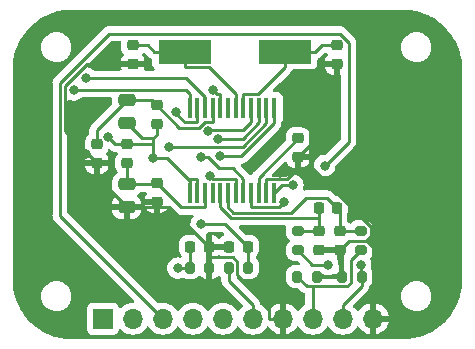
<source format=gbr>
%TF.GenerationSoftware,KiCad,Pcbnew,7.0.7*%
%TF.CreationDate,2025-04-13T10:38:35+09:30*%
%TF.ProjectId,MCP3909_Breakout,4d435033-3930-4395-9f42-7265616b6f75,rev?*%
%TF.SameCoordinates,Original*%
%TF.FileFunction,Copper,L1,Top*%
%TF.FilePolarity,Positive*%
%FSLAX46Y46*%
G04 Gerber Fmt 4.6, Leading zero omitted, Abs format (unit mm)*
G04 Created by KiCad (PCBNEW 7.0.7) date 2025-04-13 10:38:35*
%MOMM*%
%LPD*%
G01*
G04 APERTURE LIST*
G04 Aperture macros list*
%AMRoundRect*
0 Rectangle with rounded corners*
0 $1 Rounding radius*
0 $2 $3 $4 $5 $6 $7 $8 $9 X,Y pos of 4 corners*
0 Add a 4 corners polygon primitive as box body*
4,1,4,$2,$3,$4,$5,$6,$7,$8,$9,$2,$3,0*
0 Add four circle primitives for the rounded corners*
1,1,$1+$1,$2,$3*
1,1,$1+$1,$4,$5*
1,1,$1+$1,$6,$7*
1,1,$1+$1,$8,$9*
0 Add four rect primitives between the rounded corners*
20,1,$1+$1,$2,$3,$4,$5,0*
20,1,$1+$1,$4,$5,$6,$7,0*
20,1,$1+$1,$6,$7,$8,$9,0*
20,1,$1+$1,$8,$9,$2,$3,0*%
G04 Aperture macros list end*
%TA.AperFunction,SMDPad,CuDef*%
%ADD10RoundRect,0.225000X-0.250000X0.225000X-0.250000X-0.225000X0.250000X-0.225000X0.250000X0.225000X0*%
%TD*%
%TA.AperFunction,SMDPad,CuDef*%
%ADD11RoundRect,0.200000X0.200000X0.275000X-0.200000X0.275000X-0.200000X-0.275000X0.200000X-0.275000X0*%
%TD*%
%TA.AperFunction,SMDPad,CuDef*%
%ADD12RoundRect,0.200000X0.275000X-0.200000X0.275000X0.200000X-0.275000X0.200000X-0.275000X-0.200000X0*%
%TD*%
%TA.AperFunction,SMDPad,CuDef*%
%ADD13RoundRect,0.250000X-0.475000X0.250000X-0.475000X-0.250000X0.475000X-0.250000X0.475000X0.250000X0*%
%TD*%
%TA.AperFunction,SMDPad,CuDef*%
%ADD14RoundRect,0.200000X-0.200000X-0.275000X0.200000X-0.275000X0.200000X0.275000X-0.200000X0.275000X0*%
%TD*%
%TA.AperFunction,SMDPad,CuDef*%
%ADD15RoundRect,0.225000X0.225000X0.250000X-0.225000X0.250000X-0.225000X-0.250000X0.225000X-0.250000X0*%
%TD*%
%TA.AperFunction,ComponentPad*%
%ADD16R,1.700000X1.700000*%
%TD*%
%TA.AperFunction,ComponentPad*%
%ADD17O,1.700000X1.700000*%
%TD*%
%TA.AperFunction,SMDPad,CuDef*%
%ADD18R,4.500000X2.000000*%
%TD*%
%TA.AperFunction,SMDPad,CuDef*%
%ADD19RoundRect,0.218750X-0.256250X0.218750X-0.256250X-0.218750X0.256250X-0.218750X0.256250X0.218750X0*%
%TD*%
%TA.AperFunction,SMDPad,CuDef*%
%ADD20RoundRect,0.225000X0.250000X-0.225000X0.250000X0.225000X-0.250000X0.225000X-0.250000X-0.225000X0*%
%TD*%
%TA.AperFunction,SMDPad,CuDef*%
%ADD21R,0.450000X1.750000*%
%TD*%
%TA.AperFunction,ViaPad*%
%ADD22C,0.800000*%
%TD*%
%TA.AperFunction,Conductor*%
%ADD23C,0.250000*%
%TD*%
G04 APERTURE END LIST*
D10*
%TO.P,C9,1*%
%TO.N,Net-(U1-OSC1)*%
X151892000Y-88887000D03*
%TO.P,C9,2*%
%TO.N,GND*%
X151892000Y-90437000D03*
%TD*%
D11*
%TO.P,R4,1*%
%TO.N,GND*%
X141096000Y-107696000D03*
%TO.P,R4,2*%
%TO.N,UN*%
X139446000Y-107696000D03*
%TD*%
D12*
%TO.P,R5,1*%
%TO.N,IAN_IN*%
X153924000Y-106235000D03*
%TO.P,R5,2*%
%TO.N,IAN*%
X153924000Y-104585000D03*
%TD*%
D13*
%TO.P,C8,1*%
%TO.N,GNDD*%
X134112000Y-93538000D03*
%TO.P,C8,2*%
%TO.N,VIN*%
X134112000Y-95438000D03*
%TD*%
D14*
%TO.P,R1,1*%
%TO.N,IAN_IN*%
X148527000Y-108458000D03*
%TO.P,R1,2*%
%TO.N,GND*%
X150177000Y-108458000D03*
%TD*%
D10*
%TO.P,C7,1*%
%TO.N,GNDD*%
X136652000Y-93967000D03*
%TO.P,C7,2*%
%TO.N,VIN*%
X136652000Y-95517000D03*
%TD*%
D12*
%TO.P,R6,1*%
%TO.N,IAP_IN*%
X148590000Y-106235000D03*
%TO.P,R6,2*%
%TO.N,IAP*%
X148590000Y-104585000D03*
%TD*%
D10*
%TO.P,C10,1*%
%TO.N,Net-(U1-OSC2)*%
X134620000Y-88887000D03*
%TO.P,C10,2*%
%TO.N,GND*%
X134620000Y-90437000D03*
%TD*%
D15*
%TO.P,C5,1*%
%TO.N,IAN*%
X151905000Y-102616000D03*
%TO.P,C5,2*%
%TO.N,IAP*%
X150355000Y-102616000D03*
%TD*%
D13*
%TO.P,C11,1*%
%TO.N,Net-(U1-AVDD)*%
X134112000Y-100650000D03*
%TO.P,C11,2*%
%TO.N,GND*%
X134112000Y-102550000D03*
%TD*%
D15*
%TO.P,C3,1*%
%TO.N,UP*%
X144348000Y-105918000D03*
%TO.P,C3,2*%
%TO.N,GND*%
X142798000Y-105918000D03*
%TD*%
D16*
%TO.P,J1,1,Pin_1*%
%TO.N,VIN*%
X132080000Y-112014000D03*
D17*
%TO.P,J1,2,Pin_2*%
%TO.N,~{CS}{slash}F0*%
X134620000Y-112014000D03*
%TO.P,J1,3,Pin_3*%
%TO.N,SCK{slash}F2*%
X137160000Y-112014000D03*
%TO.P,J1,4,Pin_4*%
%TO.N,MOSI{slash}F1*%
X139700000Y-112014000D03*
%TO.P,J1,5,Pin_5*%
%TO.N,MISO{slash}NEG*%
X142240000Y-112014000D03*
%TO.P,J1,6,Pin_6*%
%TO.N,UP_IN*%
X144780000Y-112014000D03*
%TO.P,J1,7,Pin_7*%
%TO.N,GND*%
X147320000Y-112014000D03*
%TO.P,J1,8,Pin_8*%
%TO.N,IAN_IN*%
X149860000Y-112014000D03*
%TO.P,J1,9,Pin_9*%
%TO.N,IAP_IN*%
X152400000Y-112014000D03*
%TO.P,J1,10,Pin_10*%
%TO.N,GND*%
X154940000Y-112014000D03*
%TD*%
D10*
%TO.P,C6,1*%
%TO.N,Net-(U1-REFIN{slash}OUT)*%
X148590000Y-96761000D03*
%TO.P,C6,2*%
%TO.N,GND*%
X148590000Y-98311000D03*
%TD*%
D18*
%TO.P,Y1,1,1*%
%TO.N,Net-(U1-OSC1)*%
X147506000Y-89408000D03*
%TO.P,Y1,2,2*%
%TO.N,Net-(U1-OSC2)*%
X139006000Y-89408000D03*
%TD*%
D14*
%TO.P,R3,1*%
%TO.N,UP_IN*%
X142748000Y-107696000D03*
%TO.P,R3,2*%
%TO.N,UP*%
X144398000Y-107696000D03*
%TD*%
D19*
%TO.P,FB1,1*%
%TO.N,VIN*%
X134112000Y-97256500D03*
%TO.P,FB1,2*%
%TO.N,Net-(U1-AVDD)*%
X134112000Y-98831500D03*
%TD*%
D10*
%TO.P,C1,1*%
%TO.N,IAN*%
X152146000Y-104635000D03*
%TO.P,C1,2*%
%TO.N,GND*%
X152146000Y-106185000D03*
%TD*%
D20*
%TO.P,C2,1*%
%TO.N,GND*%
X150368000Y-106185000D03*
%TO.P,C2,2*%
%TO.N,IAP*%
X150368000Y-104635000D03*
%TD*%
D19*
%TO.P,FB2,1*%
%TO.N,GNDD*%
X131572000Y-97256500D03*
%TO.P,FB2,2*%
%TO.N,GND*%
X131572000Y-98831500D03*
%TD*%
D15*
%TO.P,C4,1*%
%TO.N,GND*%
X141046000Y-105918000D03*
%TO.P,C4,2*%
%TO.N,UN*%
X139496000Y-105918000D03*
%TD*%
D21*
%TO.P,U1,1,DVDD*%
%TO.N,VIN*%
X139427000Y-101390000D03*
%TO.P,U1,2,HPF*%
X140077000Y-101390000D03*
%TO.P,U1,3,AVDD*%
%TO.N,Net-(U1-AVDD)*%
X140727000Y-101390000D03*
%TO.P,U1,4,NC*%
%TO.N,unconnected-(U1-NC-Pad4)*%
X141377000Y-101390000D03*
%TO.P,U1,5,CH0+*%
%TO.N,IAP*%
X142027000Y-101390000D03*
%TO.P,U1,6,CH0-*%
%TO.N,IAN*%
X142677000Y-101390000D03*
%TO.P,U1,7,CH1-*%
%TO.N,UN*%
X143327000Y-101390000D03*
%TO.P,U1,8,CH1+*%
%TO.N,UP*%
X143977000Y-101390000D03*
%TO.P,U1,9,~{MCLR}*%
%TO.N,~{MCLR}*%
X144627000Y-101390000D03*
%TO.P,U1,10,REFIN/OUT*%
%TO.N,Net-(U1-REFIN{slash}OUT)*%
X145277000Y-101390000D03*
%TO.P,U1,11,AGND*%
%TO.N,GND*%
X145927000Y-101390000D03*
%TO.P,U1,12,SCK/F2*%
%TO.N,SCK{slash}F2*%
X146577000Y-101390000D03*
%TO.P,U1,13,SDI/F1*%
%TO.N,MOSI{slash}F1*%
X146577000Y-94190000D03*
%TO.P,U1,14,~{CS}/F0*%
%TO.N,~{CS}{slash}F0*%
X145927000Y-94190000D03*
%TO.P,U1,15,G1*%
%TO.N,G1*%
X145277000Y-94190000D03*
%TO.P,U1,16,G0*%
%TO.N,G0*%
X144627000Y-94190000D03*
%TO.P,U1,17,OSC1*%
%TO.N,Net-(U1-OSC1)*%
X143977000Y-94190000D03*
%TO.P,U1,18,OSC2*%
%TO.N,Net-(U1-OSC2)*%
X143327000Y-94190000D03*
%TO.P,U1,19,NC*%
%TO.N,unconnected-(U1-NC-Pad19)*%
X142677000Y-94190000D03*
%TO.P,U1,20,SDO/NEG*%
%TO.N,MISO{slash}NEG*%
X142027000Y-94190000D03*
%TO.P,U1,21,DGND*%
%TO.N,GNDD*%
X141377000Y-94190000D03*
%TO.P,U1,22,HFOUT*%
%TO.N,HFOUT*%
X140727000Y-94190000D03*
%TO.P,U1,23,FOUT1*%
%TO.N,FOUT1*%
X140077000Y-94190000D03*
%TO.P,U1,24,FOUT0*%
%TO.N,FOUT0*%
X139427000Y-94190000D03*
%TD*%
D10*
%TO.P,C12,1*%
%TO.N,Net-(U1-AVDD)*%
X136652000Y-100571000D03*
%TO.P,C12,2*%
%TO.N,GND*%
X136652000Y-102121000D03*
%TD*%
D14*
%TO.P,R2,1*%
%TO.N,GND*%
X152337000Y-108458000D03*
%TO.P,R2,2*%
%TO.N,IAP_IN*%
X153987000Y-108458000D03*
%TD*%
D22*
%TO.N,GND*%
X130671600Y-98049800D03*
%TO.N,UP*%
X140391700Y-98359200D03*
X140391700Y-104038500D03*
%TO.N,UN*%
X141119400Y-99906600D03*
X138428100Y-107735100D03*
%TO.N,VIN*%
X136319200Y-98443200D03*
X132553769Y-96659390D03*
%TO.N,IAP_IN*%
X153924000Y-107442000D03*
X151130000Y-107442000D03*
%TO.N,G0*%
X141005100Y-96142800D03*
%TO.N,G1*%
X141869900Y-96763200D03*
%TO.N,FOUT0*%
X129631300Y-92650300D03*
%TO.N,FOUT1*%
X138269500Y-94511300D03*
%TO.N,HFOUT*%
X130677000Y-91632000D03*
%TO.N,~{MCLR}*%
X147408700Y-102171600D03*
%TO.N,SCK{slash}F2*%
X148181049Y-100683049D03*
X150876000Y-99060000D03*
%TO.N,MOSI{slash}F1*%
X141999600Y-98264300D03*
%TO.N,~{CS}{slash}F0*%
X137657900Y-97490100D03*
%TO.N,MISO{slash}NEG*%
X141436400Y-92685900D03*
%TD*%
D23*
%TO.N,IAN*%
X148051600Y-103043800D02*
X149314900Y-101780500D01*
X142677000Y-102591900D02*
X143128900Y-103043800D01*
X152146000Y-104635000D02*
X153874000Y-104635000D01*
X153874000Y-104635000D02*
X153924000Y-104585000D01*
X142677000Y-101390000D02*
X142677000Y-102591900D01*
X152146000Y-104635000D02*
X152146000Y-102857000D01*
X152146000Y-102857000D02*
X151905000Y-102616000D01*
X143128900Y-103043800D02*
X148051600Y-103043800D01*
X151069500Y-101780500D02*
X151905000Y-102616000D01*
X149314900Y-101780500D02*
X151069500Y-101780500D01*
%TO.N,GND*%
X152337000Y-106376000D02*
X152337000Y-108458000D01*
X128899100Y-92303300D02*
X128899100Y-96158600D01*
X148590000Y-98311000D02*
X148590000Y-99249500D01*
X152146000Y-106185000D02*
X150368000Y-106185000D01*
X152921000Y-105410000D02*
X154391700Y-105410000D01*
X154940000Y-105958300D02*
X154940000Y-112014000D01*
X141046000Y-105918000D02*
X137678000Y-102550000D01*
X148590000Y-99249500D02*
X149810600Y-99249500D01*
X152146000Y-106185000D02*
X152921000Y-105410000D01*
X149810600Y-99249500D02*
X154786600Y-104225500D01*
X143475700Y-108296700D02*
X146143100Y-110964100D01*
X147651400Y-100188100D02*
X148590000Y-99249500D01*
X152337000Y-108458000D02*
X150177000Y-108458000D01*
X141096000Y-105918000D02*
X141096000Y-106820300D01*
X152146000Y-106185000D02*
X152337000Y-106376000D01*
X142798000Y-105918000D02*
X141096000Y-105918000D01*
X145927000Y-101390000D02*
X145927000Y-100188100D01*
X151892000Y-90437000D02*
X151892000Y-95009000D01*
X134112000Y-102550000D02*
X131572000Y-100010000D01*
X154391700Y-105410000D02*
X154940000Y-105958300D01*
X131572000Y-100010000D02*
X131572000Y-98831500D01*
X154786600Y-104225500D02*
X154786600Y-105015100D01*
X145927000Y-100188100D02*
X147651400Y-100188100D01*
X147111100Y-112014000D02*
X147320000Y-112014000D01*
X143475700Y-107195000D02*
X143475700Y-108296700D01*
X141096000Y-106820300D02*
X143101000Y-106820300D01*
X143101000Y-106820300D02*
X143475700Y-107195000D01*
X130731000Y-97990400D02*
X130671600Y-98049800D01*
X130765400Y-90437000D02*
X128899100Y-92303300D01*
X154786600Y-105015100D02*
X154391700Y-105410000D01*
X137678000Y-102550000D02*
X136652000Y-102550000D01*
X146143100Y-110964100D02*
X146143100Y-112014000D01*
X130731000Y-97990400D02*
X131572000Y-98831500D01*
X141096000Y-106820300D02*
X141096000Y-107696000D01*
X136652000Y-102550000D02*
X136652000Y-102121000D01*
X151892000Y-95009000D02*
X148590000Y-98311000D01*
X128899100Y-96158600D02*
X130731000Y-97990400D01*
X141096000Y-105918000D02*
X141046000Y-105918000D01*
X134112000Y-102550000D02*
X136652000Y-102550000D01*
X134620000Y-90437000D02*
X130765400Y-90437000D01*
X147111100Y-112014000D02*
X146143100Y-112014000D01*
%TO.N,IAP*%
X150355000Y-102616000D02*
X150355000Y-103495700D01*
X142929100Y-103495700D02*
X150355000Y-103495700D01*
X148640000Y-104635000D02*
X148590000Y-104585000D01*
X150355000Y-104622000D02*
X150368000Y-104635000D01*
X142027000Y-101390000D02*
X142027000Y-102593600D01*
X150355000Y-103495700D02*
X150355000Y-104622000D01*
X150368000Y-104635000D02*
X148640000Y-104635000D01*
X142027000Y-102593600D02*
X142929100Y-103495700D01*
%TO.N,UP*%
X143977000Y-101390000D02*
X143977000Y-100188100D01*
X140391700Y-104038500D02*
X142468500Y-104038500D01*
X141916100Y-99285800D02*
X140989500Y-98359200D01*
X142468500Y-104038500D02*
X144348000Y-105918000D01*
X143074700Y-99285800D02*
X141916100Y-99285800D01*
X140989500Y-98359200D02*
X140391700Y-98359200D01*
X144348000Y-105918000D02*
X144398000Y-105968000D01*
X144398000Y-105968000D02*
X144398000Y-107696000D01*
X143977000Y-100188100D02*
X143074700Y-99285800D01*
%TO.N,UN*%
X139446000Y-107696000D02*
X139446000Y-105968000D01*
X139406900Y-107735100D02*
X138428100Y-107735100D01*
X143327000Y-101390000D02*
X143327000Y-100188100D01*
X139446000Y-105968000D02*
X139496000Y-105918000D01*
X141400900Y-100188100D02*
X141119400Y-99906600D01*
X143327000Y-100188100D02*
X141400900Y-100188100D01*
X139446000Y-107696000D02*
X139406900Y-107735100D01*
%TO.N,Net-(U1-REFIN{slash}OUT)*%
X145277000Y-100074000D02*
X148590000Y-96761000D01*
X145277000Y-101390000D02*
X145277000Y-100074000D01*
%TO.N,GNDD*%
X140716000Y-95392000D02*
X140716000Y-95391900D01*
X138528800Y-95843800D02*
X140264200Y-95843800D01*
X134112000Y-93538000D02*
X131572000Y-96078000D01*
X141377000Y-94190000D02*
X141377000Y-95391900D01*
X134112000Y-93538000D02*
X136223000Y-93538000D01*
X136223000Y-93538000D02*
X136652000Y-93967000D01*
X131572000Y-96078000D02*
X131572000Y-97256500D01*
X140264200Y-95843800D02*
X140716000Y-95392000D01*
X140716000Y-95391900D02*
X141377000Y-95391900D01*
X136652000Y-93967000D02*
X138528800Y-95843800D01*
%TO.N,VIN*%
X139427000Y-100345100D02*
X137525100Y-98443200D01*
X136652000Y-96433100D02*
X136338400Y-96746700D01*
X136338400Y-97256500D02*
X136338400Y-98443200D01*
X132553769Y-96659390D02*
X133150879Y-97256500D01*
X139427000Y-101390000D02*
X139427000Y-100789000D01*
X134112000Y-95438000D02*
X135420700Y-96746700D01*
X136338400Y-96746700D02*
X136338400Y-97256500D01*
X135420700Y-96746700D02*
X136338400Y-96746700D01*
X139427000Y-100345100D02*
X139427000Y-100188100D01*
X136338400Y-98443200D02*
X136319200Y-98443200D01*
X137525100Y-98443200D02*
X136338400Y-98443200D01*
X133150879Y-97256500D02*
X134112000Y-97256500D01*
X139427000Y-100789000D02*
X139427000Y-100345100D01*
X140077000Y-101390000D02*
X140077000Y-100188100D01*
X136652000Y-95517000D02*
X136652000Y-96433100D01*
X139427000Y-100188100D02*
X140077000Y-100188100D01*
X136338400Y-97256500D02*
X134112000Y-97256500D01*
%TO.N,Net-(U1-OSC1)*%
X150603900Y-88887000D02*
X150082900Y-89408000D01*
X147506000Y-89408000D02*
X147506000Y-90734900D01*
X143977000Y-92988100D02*
X145252800Y-92988100D01*
X145252800Y-92988100D02*
X147506000Y-90734900D01*
X147506000Y-89408000D02*
X150082900Y-89408000D01*
X151892000Y-88887000D02*
X150603900Y-88887000D01*
X143977000Y-94190000D02*
X143977000Y-92988100D01*
%TO.N,Net-(U1-OSC2)*%
X143327000Y-92988100D02*
X141073800Y-90734900D01*
X143327000Y-94190000D02*
X143327000Y-92988100D01*
X141073800Y-90734900D02*
X139006000Y-90734900D01*
X139006000Y-89408000D02*
X136429100Y-89408000D01*
X134620000Y-88887000D02*
X135908100Y-88887000D01*
X139006000Y-89408000D02*
X139006000Y-90734900D01*
X135908100Y-88887000D02*
X136429100Y-89408000D01*
%TO.N,Net-(U1-AVDD)*%
X140727000Y-101390000D02*
X140727000Y-102591900D01*
X140727000Y-102591900D02*
X138672900Y-102591900D01*
X136573000Y-100650000D02*
X136652000Y-100571000D01*
X134112000Y-100650000D02*
X136573000Y-100650000D01*
X134112000Y-100650000D02*
X134112000Y-98831500D01*
X138672900Y-102591900D02*
X136652000Y-100571000D01*
%TO.N,UP_IN*%
X144780000Y-112014000D02*
X144780000Y-110837100D01*
X142748000Y-108805100D02*
X144780000Y-110837100D01*
X142748000Y-107696000D02*
X142748000Y-108805100D01*
%TO.N,IAN_IN*%
X149860000Y-112014000D02*
X149860000Y-110837100D01*
X153084700Y-107074300D02*
X153084700Y-108956500D01*
X149329700Y-109260700D02*
X148527000Y-108458000D01*
X153084700Y-108956500D02*
X152780500Y-109260700D01*
X152780500Y-109260700D02*
X149860000Y-109260700D01*
X149860000Y-110837100D02*
X149860000Y-109260700D01*
X153924000Y-106235000D02*
X153084700Y-107074300D01*
X149860000Y-109260700D02*
X149329700Y-109260700D01*
%TO.N,IAP_IN*%
X152400000Y-111538900D02*
X152400000Y-110837100D01*
X152400000Y-110837100D02*
X153987000Y-109250100D01*
X153987000Y-109250100D02*
X153987000Y-108458000D01*
X152400000Y-111538900D02*
X152400000Y-112014000D01*
X153924000Y-108395000D02*
X153987000Y-108458000D01*
X149797000Y-107442000D02*
X151130000Y-107442000D01*
X148590000Y-106235000D02*
X149797000Y-107442000D01*
X153924000Y-107442000D02*
X153924000Y-108395000D01*
%TO.N,G0*%
X144627000Y-95391900D02*
X143982600Y-96036300D01*
X143982600Y-96036300D02*
X141111600Y-96036300D01*
X144627000Y-94190000D02*
X144627000Y-95391900D01*
X141111600Y-96036300D02*
X141005100Y-96142800D01*
%TO.N,G1*%
X143918800Y-96763200D02*
X141869900Y-96763200D01*
X145277000Y-94190000D02*
X145277000Y-95405000D01*
X145277000Y-95405000D02*
X143918800Y-96763200D01*
%TO.N,FOUT0*%
X139089200Y-92650300D02*
X129631300Y-92650300D01*
X139427000Y-92988100D02*
X139089200Y-92650300D01*
X139427000Y-94190000D02*
X139427000Y-92988100D01*
%TO.N,FOUT1*%
X139012900Y-95391900D02*
X138269500Y-94648500D01*
X140077000Y-95391900D02*
X139012900Y-95391900D01*
X140077000Y-94190000D02*
X140077000Y-95391900D01*
X138269500Y-94648500D02*
X138269500Y-94511300D01*
%TO.N,HFOUT*%
X140727000Y-93226000D02*
X140727000Y-94190000D01*
X130677000Y-91632000D02*
X139133000Y-91632000D01*
X139133000Y-91632000D02*
X140727000Y-93226000D01*
%TO.N,~{MCLR}*%
X144627000Y-101390000D02*
X144627000Y-102591900D01*
X146988400Y-102591900D02*
X147408700Y-102171600D01*
X144627000Y-102591900D02*
X146988400Y-102591900D01*
%TO.N,SCK{slash}F2*%
X152908000Y-88650183D02*
X152908000Y-97028000D01*
X152908000Y-97028000D02*
X150876000Y-99060000D01*
X128449100Y-103303100D02*
X128449100Y-92022900D01*
X128449100Y-92022900D02*
X132588000Y-87884000D01*
X148181049Y-100683049D02*
X147283951Y-100683049D01*
X147283951Y-100683049D02*
X146577000Y-101390000D01*
X132588000Y-87884000D02*
X152141817Y-87884000D01*
X152141817Y-87884000D02*
X152908000Y-88650183D01*
X137160000Y-112014000D02*
X128449100Y-103303100D01*
%TO.N,MOSI{slash}F1*%
X143789500Y-98264300D02*
X146577000Y-95476800D01*
X146577000Y-95476800D02*
X146577000Y-94190000D01*
X141999600Y-98264300D02*
X143789500Y-98264300D01*
%TO.N,~{CS}{slash}F0*%
X145927000Y-95391900D02*
X145927000Y-95471800D01*
X143908700Y-97490100D02*
X137657900Y-97490100D01*
X145927000Y-95471800D02*
X143908700Y-97490100D01*
X145927000Y-94190000D02*
X145927000Y-95391900D01*
%TO.N,MISO{slash}NEG*%
X142027000Y-94190000D02*
X142027000Y-92988100D01*
X141738600Y-92988100D02*
X141436400Y-92685900D01*
X142027000Y-92988100D02*
X141738600Y-92988100D01*
%TD*%
%TA.AperFunction,Conductor*%
%TO.N,GND*%
G36*
X147564588Y-104140885D02*
G01*
X147610343Y-104193689D01*
X147621040Y-104256423D01*
X147620914Y-104257801D01*
X147620914Y-104257804D01*
X147614500Y-104328384D01*
X147614500Y-104841616D01*
X147615635Y-104854105D01*
X147620913Y-104912192D01*
X147620913Y-104912194D01*
X147620914Y-104912196D01*
X147671522Y-105074606D01*
X147759528Y-105220185D01*
X147861662Y-105322319D01*
X147895146Y-105383640D01*
X147890162Y-105453332D01*
X147861662Y-105497680D01*
X147759529Y-105599813D01*
X147671522Y-105745393D01*
X147620913Y-105907807D01*
X147614500Y-105978386D01*
X147614500Y-106491613D01*
X147620913Y-106562192D01*
X147620913Y-106562194D01*
X147620914Y-106562196D01*
X147671522Y-106724606D01*
X147752159Y-106857996D01*
X147759530Y-106870188D01*
X147879811Y-106990469D01*
X147879813Y-106990470D01*
X147879815Y-106990472D01*
X148025394Y-107078478D01*
X148187804Y-107129086D01*
X148258384Y-107135500D01*
X148554548Y-107135500D01*
X148621587Y-107155185D01*
X148642229Y-107171819D01*
X148741229Y-107270819D01*
X148774714Y-107332142D01*
X148769730Y-107401834D01*
X148727858Y-107457767D01*
X148662394Y-107482184D01*
X148653548Y-107482500D01*
X148270384Y-107482500D01*
X148251145Y-107484248D01*
X148199807Y-107488913D01*
X148037393Y-107539522D01*
X147891811Y-107627530D01*
X147771530Y-107747811D01*
X147683522Y-107893393D01*
X147632913Y-108055807D01*
X147626500Y-108126386D01*
X147626500Y-108789613D01*
X147632913Y-108860192D01*
X147632913Y-108860194D01*
X147632914Y-108860196D01*
X147648608Y-108910560D01*
X147683522Y-109022606D01*
X147771530Y-109168188D01*
X147891811Y-109288469D01*
X147891813Y-109288470D01*
X147891815Y-109288472D01*
X148037394Y-109376478D01*
X148199804Y-109427086D01*
X148270384Y-109433500D01*
X148566547Y-109433500D01*
X148633586Y-109453185D01*
X148654228Y-109469819D01*
X148828897Y-109644488D01*
X148838722Y-109656751D01*
X148838943Y-109656569D01*
X148843914Y-109662578D01*
X148856935Y-109674805D01*
X148894335Y-109709926D01*
X148915229Y-109730820D01*
X148920711Y-109735073D01*
X148925143Y-109738857D01*
X148959118Y-109770762D01*
X148976676Y-109780414D01*
X148992935Y-109791095D01*
X149008764Y-109803373D01*
X149051538Y-109821882D01*
X149056756Y-109824438D01*
X149097608Y-109846897D01*
X149117016Y-109851880D01*
X149135406Y-109858175D01*
X149153804Y-109866137D01*
X149153808Y-109866137D01*
X149159744Y-109868706D01*
X149213453Y-109913395D01*
X149234475Y-109980027D01*
X149234500Y-109982509D01*
X149234500Y-110738773D01*
X149214815Y-110805812D01*
X149181623Y-110840348D01*
X148988597Y-110975505D01*
X148821508Y-111142594D01*
X148691269Y-111328595D01*
X148636692Y-111372219D01*
X148567193Y-111379412D01*
X148504839Y-111347890D01*
X148488119Y-111328594D01*
X148358113Y-111142926D01*
X148358108Y-111142920D01*
X148191082Y-110975894D01*
X147997578Y-110840399D01*
X147783492Y-110740570D01*
X147783486Y-110740567D01*
X147570000Y-110683364D01*
X147570000Y-111401698D01*
X147550315Y-111468737D01*
X147497511Y-111514492D01*
X147428355Y-111524436D01*
X147355766Y-111514000D01*
X147355763Y-111514000D01*
X147284237Y-111514000D01*
X147284233Y-111514000D01*
X147211645Y-111524436D01*
X147142487Y-111514492D01*
X147089684Y-111468736D01*
X147070000Y-111401698D01*
X147070000Y-110683364D01*
X147069999Y-110683364D01*
X146856513Y-110740567D01*
X146856507Y-110740570D01*
X146642422Y-110840399D01*
X146642420Y-110840400D01*
X146448926Y-110975886D01*
X146448920Y-110975891D01*
X146281891Y-111142920D01*
X146281890Y-111142922D01*
X146151880Y-111328595D01*
X146097303Y-111372219D01*
X146027804Y-111379412D01*
X145965450Y-111347890D01*
X145948730Y-111328594D01*
X145818494Y-111142597D01*
X145651402Y-110975506D01*
X145651396Y-110975501D01*
X145455595Y-110838400D01*
X145411970Y-110783823D01*
X145403945Y-110746181D01*
X145403931Y-110746184D01*
X145403888Y-110745917D01*
X145402779Y-110740712D01*
X145402775Y-110740570D01*
X145402709Y-110738473D01*
X145397122Y-110719244D01*
X145393174Y-110700184D01*
X145390663Y-110680304D01*
X145373512Y-110636987D01*
X145371619Y-110631458D01*
X145358618Y-110586709D01*
X145358616Y-110586706D01*
X145348423Y-110569471D01*
X145339861Y-110551994D01*
X145332487Y-110533370D01*
X145332486Y-110533368D01*
X145305079Y-110495645D01*
X145301888Y-110490786D01*
X145287536Y-110466518D01*
X145278170Y-110450680D01*
X145278168Y-110450678D01*
X145278165Y-110450674D01*
X145264006Y-110436515D01*
X145251368Y-110421719D01*
X145239594Y-110405513D01*
X145235028Y-110401736D01*
X145203688Y-110375809D01*
X145199376Y-110371886D01*
X143456255Y-108628764D01*
X143422770Y-108567441D01*
X143427754Y-108497749D01*
X143456251Y-108453405D01*
X143485320Y-108424336D01*
X143546639Y-108390853D01*
X143616331Y-108395836D01*
X143660680Y-108424338D01*
X143762811Y-108526469D01*
X143762813Y-108526470D01*
X143762815Y-108526472D01*
X143908394Y-108614478D01*
X144070804Y-108665086D01*
X144141384Y-108671500D01*
X144141387Y-108671500D01*
X144654613Y-108671500D01*
X144654616Y-108671500D01*
X144725196Y-108665086D01*
X144887606Y-108614478D01*
X145033185Y-108526472D01*
X145153472Y-108406185D01*
X145241478Y-108260606D01*
X145292086Y-108098196D01*
X145298500Y-108027616D01*
X145298500Y-107364384D01*
X145292086Y-107293804D01*
X145241478Y-107131394D01*
X145153472Y-106985815D01*
X145153470Y-106985813D01*
X145153469Y-106985811D01*
X145059819Y-106892161D01*
X145026334Y-106830838D01*
X145023500Y-106804480D01*
X145023500Y-106794874D01*
X145043185Y-106727835D01*
X145059819Y-106707193D01*
X145099393Y-106667619D01*
X145145968Y-106621044D01*
X145235003Y-106476697D01*
X145288349Y-106315708D01*
X145298500Y-106216345D01*
X145298499Y-105619656D01*
X145288349Y-105520292D01*
X145235003Y-105359303D01*
X145234999Y-105359297D01*
X145234998Y-105359294D01*
X145145970Y-105214959D01*
X145145967Y-105214955D01*
X145026044Y-105095032D01*
X145026040Y-105095029D01*
X144881705Y-105006001D01*
X144881699Y-105005998D01*
X144881697Y-105005997D01*
X144881694Y-105005996D01*
X144720709Y-104952651D01*
X144621352Y-104942500D01*
X144621345Y-104942500D01*
X144308453Y-104942500D01*
X144241414Y-104922815D01*
X144220772Y-104906181D01*
X143647472Y-104332881D01*
X143613987Y-104271558D01*
X143618971Y-104201866D01*
X143660843Y-104145933D01*
X143726307Y-104121516D01*
X143735153Y-104121200D01*
X147497549Y-104121200D01*
X147564588Y-104140885D01*
G37*
%TD.AperFunction*%
%TA.AperFunction,Conductor*%
G36*
X132829539Y-93295485D02*
G01*
X132875294Y-93348289D01*
X132886500Y-93399800D01*
X132886500Y-93827545D01*
X132866815Y-93894584D01*
X132850181Y-93915226D01*
X131188208Y-95577199D01*
X131175951Y-95587020D01*
X131176134Y-95587241D01*
X131170123Y-95592213D01*
X131122772Y-95642636D01*
X131101889Y-95663519D01*
X131101877Y-95663532D01*
X131097621Y-95669017D01*
X131093837Y-95673447D01*
X131061937Y-95707418D01*
X131061936Y-95707420D01*
X131052284Y-95724976D01*
X131041610Y-95741226D01*
X131029329Y-95757061D01*
X131029324Y-95757068D01*
X131010815Y-95799838D01*
X131008245Y-95805084D01*
X130985803Y-95845906D01*
X130980822Y-95865307D01*
X130974521Y-95883710D01*
X130966562Y-95902102D01*
X130966561Y-95902105D01*
X130959271Y-95948127D01*
X130958087Y-95953846D01*
X130946501Y-95998972D01*
X130946500Y-95998982D01*
X130946500Y-96019016D01*
X130944973Y-96038413D01*
X130941840Y-96058196D01*
X130944181Y-96082956D01*
X130946225Y-96104583D01*
X130946500Y-96110421D01*
X130946500Y-96351234D01*
X130926815Y-96418273D01*
X130887600Y-96456771D01*
X130866608Y-96469719D01*
X130747719Y-96588608D01*
X130747716Y-96588612D01*
X130659455Y-96731704D01*
X130659450Y-96731715D01*
X130636642Y-96800546D01*
X130606564Y-96891315D01*
X130606564Y-96891316D01*
X130606563Y-96891316D01*
X130596500Y-96989818D01*
X130596500Y-97523181D01*
X130606563Y-97621683D01*
X130659450Y-97781284D01*
X130659455Y-97781295D01*
X130747716Y-97924387D01*
X130747719Y-97924392D01*
X130780000Y-97956673D01*
X130813485Y-98017997D01*
X130808499Y-98087688D01*
X130780000Y-98132033D01*
X130748114Y-98163919D01*
X130659908Y-98306922D01*
X130659906Y-98306927D01*
X130607057Y-98466416D01*
X130597000Y-98564849D01*
X130597000Y-98581500D01*
X132546999Y-98581500D01*
X132546999Y-98564864D01*
X132546998Y-98564847D01*
X132536943Y-98466416D01*
X132484093Y-98306927D01*
X132484091Y-98306922D01*
X132395885Y-98163919D01*
X132364000Y-98132034D01*
X132330515Y-98070711D01*
X132335499Y-98001019D01*
X132364000Y-97956672D01*
X132366183Y-97954489D01*
X132396281Y-97924391D01*
X132484549Y-97781287D01*
X132497392Y-97742526D01*
X132537165Y-97685083D01*
X132601680Y-97658260D01*
X132670456Y-97670575D01*
X132699980Y-97691139D01*
X132715514Y-97705726D01*
X132736408Y-97726620D01*
X132741890Y-97730873D01*
X132746322Y-97734657D01*
X132780297Y-97766562D01*
X132797855Y-97776214D01*
X132814112Y-97786893D01*
X132829943Y-97799173D01*
X132849616Y-97807686D01*
X132872712Y-97817682D01*
X132877956Y-97820250D01*
X132918787Y-97842697D01*
X132931402Y-97845935D01*
X132938184Y-97847677D01*
X132956598Y-97853981D01*
X132974983Y-97861938D01*
X133021036Y-97869232D01*
X133026705Y-97870406D01*
X133071860Y-97882000D01*
X133091895Y-97882000D01*
X133111292Y-97883526D01*
X133131075Y-97886660D01*
X133177462Y-97882275D01*
X133183301Y-97882000D01*
X133194168Y-97882000D01*
X133261207Y-97901685D01*
X133281665Y-97920232D01*
X133282613Y-97919285D01*
X133319647Y-97956320D01*
X133353132Y-98017644D01*
X133348146Y-98087335D01*
X133319647Y-98131680D01*
X133287719Y-98163607D01*
X133287716Y-98163612D01*
X133199455Y-98306704D01*
X133199450Y-98306715D01*
X133199380Y-98306927D01*
X133146564Y-98466315D01*
X133146564Y-98466316D01*
X133146563Y-98466316D01*
X133136500Y-98564818D01*
X133136500Y-99098181D01*
X133146563Y-99196683D01*
X133199450Y-99356284D01*
X133199455Y-99356295D01*
X133287716Y-99499387D01*
X133287719Y-99499391D01*
X133321722Y-99533394D01*
X133355207Y-99594717D01*
X133350223Y-99664409D01*
X133308351Y-99720342D01*
X133299138Y-99726614D01*
X133168342Y-99807289D01*
X133044289Y-99931342D01*
X132952187Y-100080663D01*
X132952185Y-100080668D01*
X132928935Y-100150833D01*
X132897001Y-100247203D01*
X132897001Y-100247204D01*
X132897000Y-100247204D01*
X132886500Y-100349983D01*
X132886500Y-100950001D01*
X132886501Y-100950019D01*
X132897000Y-101052796D01*
X132897001Y-101052799D01*
X132952185Y-101219331D01*
X132952187Y-101219336D01*
X132971165Y-101250104D01*
X133044288Y-101368656D01*
X133168344Y-101492712D01*
X133171628Y-101494737D01*
X133171653Y-101494753D01*
X133173445Y-101496746D01*
X133174011Y-101497193D01*
X133173934Y-101497289D01*
X133218379Y-101546699D01*
X133229603Y-101615661D01*
X133201761Y-101679744D01*
X133171665Y-101705826D01*
X133168660Y-101707679D01*
X133168655Y-101707683D01*
X133044684Y-101831654D01*
X132952643Y-101980875D01*
X132952641Y-101980880D01*
X132897494Y-102147302D01*
X132897493Y-102147309D01*
X132887000Y-102250013D01*
X132887000Y-102300000D01*
X135336999Y-102300000D01*
X135336999Y-102250028D01*
X135336998Y-102250013D01*
X135326505Y-102147302D01*
X135271358Y-101980880D01*
X135271356Y-101980875D01*
X135179315Y-101831654D01*
X135055344Y-101707683D01*
X135055341Y-101707681D01*
X135052339Y-101705829D01*
X135050713Y-101704021D01*
X135049677Y-101703202D01*
X135049817Y-101703024D01*
X135005617Y-101653880D01*
X134994397Y-101584917D01*
X135022243Y-101520836D01*
X135052344Y-101494754D01*
X135055656Y-101492712D01*
X135179712Y-101368656D01*
X135200839Y-101334402D01*
X135252787Y-101287679D01*
X135306378Y-101275500D01*
X135710732Y-101275500D01*
X135777771Y-101295185D01*
X135823526Y-101347989D01*
X135833470Y-101417147D01*
X135816271Y-101464597D01*
X135740454Y-101587513D01*
X135740452Y-101587518D01*
X135687144Y-101748393D01*
X135677000Y-101847677D01*
X135677000Y-101871000D01*
X136778000Y-101871000D01*
X136845039Y-101890685D01*
X136890794Y-101943489D01*
X136902000Y-101995000D01*
X136902000Y-103070999D01*
X136950308Y-103070999D01*
X136950322Y-103070998D01*
X137049607Y-103060855D01*
X137210481Y-103007547D01*
X137210492Y-103007542D01*
X137354728Y-102918575D01*
X137354732Y-102918572D01*
X137474572Y-102798732D01*
X137474575Y-102798728D01*
X137563542Y-102654492D01*
X137563548Y-102654479D01*
X137571830Y-102629486D01*
X137611602Y-102572041D01*
X137676117Y-102545217D01*
X137744893Y-102557531D01*
X137777217Y-102580808D01*
X138172097Y-102975688D01*
X138181922Y-102987951D01*
X138182143Y-102987769D01*
X138187114Y-102993778D01*
X138201772Y-103007542D01*
X138237535Y-103041126D01*
X138258429Y-103062020D01*
X138263911Y-103066273D01*
X138268343Y-103070057D01*
X138302318Y-103101962D01*
X138319876Y-103111614D01*
X138336135Y-103122295D01*
X138351964Y-103134573D01*
X138394738Y-103153082D01*
X138399956Y-103155638D01*
X138440808Y-103178097D01*
X138460216Y-103183080D01*
X138478617Y-103189380D01*
X138497004Y-103197337D01*
X138540388Y-103204208D01*
X138543019Y-103204625D01*
X138548739Y-103205809D01*
X138593881Y-103217400D01*
X138613916Y-103217400D01*
X138633314Y-103218926D01*
X138653094Y-103222059D01*
X138653095Y-103222060D01*
X138653095Y-103222059D01*
X138653096Y-103222060D01*
X138699483Y-103217675D01*
X138705322Y-103217400D01*
X139640771Y-103217400D01*
X139707810Y-103237085D01*
X139753565Y-103289889D01*
X139763509Y-103359047D01*
X139734484Y-103422603D01*
X139732921Y-103424372D01*
X139659166Y-103506285D01*
X139564521Y-103670215D01*
X139564518Y-103670222D01*
X139512756Y-103829530D01*
X139506026Y-103850244D01*
X139486240Y-104038500D01*
X139506026Y-104226756D01*
X139506027Y-104226759D01*
X139564518Y-104406777D01*
X139564521Y-104406784D01*
X139659167Y-104570716D01*
X139760885Y-104683685D01*
X139785829Y-104711388D01*
X139795180Y-104718182D01*
X139837846Y-104773512D01*
X139843825Y-104843125D01*
X139811220Y-104904920D01*
X139750381Y-104939277D01*
X139722295Y-104942500D01*
X139222662Y-104942500D01*
X139222644Y-104942501D01*
X139123292Y-104952650D01*
X139123289Y-104952651D01*
X138962305Y-105005996D01*
X138962294Y-105006001D01*
X138817959Y-105095029D01*
X138817955Y-105095032D01*
X138698032Y-105214955D01*
X138698029Y-105214959D01*
X138609001Y-105359294D01*
X138608996Y-105359305D01*
X138555651Y-105520290D01*
X138545500Y-105619647D01*
X138545500Y-106216337D01*
X138545501Y-106216355D01*
X138555650Y-106315707D01*
X138555651Y-106315710D01*
X138608996Y-106476694D01*
X138609001Y-106476705D01*
X138698029Y-106621040D01*
X138698032Y-106621044D01*
X138720542Y-106643554D01*
X138754027Y-106704877D01*
X138749043Y-106774569D01*
X138707171Y-106830502D01*
X138641707Y-106854919D01*
X138607082Y-106852526D01*
X138522746Y-106834600D01*
X138333454Y-106834600D01*
X138300997Y-106841498D01*
X138148297Y-106873955D01*
X138148292Y-106873957D01*
X137975370Y-106950948D01*
X137975365Y-106950951D01*
X137822229Y-107062211D01*
X137695566Y-107202885D01*
X137600921Y-107366815D01*
X137600918Y-107366822D01*
X137545787Y-107536500D01*
X137542426Y-107546844D01*
X137522640Y-107735100D01*
X137542426Y-107923356D01*
X137542427Y-107923359D01*
X137600918Y-108103377D01*
X137600921Y-108103384D01*
X137695567Y-108267316D01*
X137805581Y-108389499D01*
X137822229Y-108407988D01*
X137975365Y-108519248D01*
X137975370Y-108519251D01*
X138148292Y-108596242D01*
X138148297Y-108596244D01*
X138333454Y-108635600D01*
X138333455Y-108635600D01*
X138522744Y-108635600D01*
X138522746Y-108635600D01*
X138707903Y-108596244D01*
X138774467Y-108566606D01*
X138843716Y-108557321D01*
X138889052Y-108573769D01*
X138911798Y-108587519D01*
X138956394Y-108614478D01*
X139118804Y-108665086D01*
X139189384Y-108671500D01*
X139189387Y-108671500D01*
X139702613Y-108671500D01*
X139702616Y-108671500D01*
X139773196Y-108665086D01*
X139935606Y-108614478D01*
X140081185Y-108526472D01*
X140183673Y-108423983D01*
X140244994Y-108390499D01*
X140314685Y-108395483D01*
X140359034Y-108423984D01*
X140461122Y-108526072D01*
X140606604Y-108614019D01*
X140606603Y-108614019D01*
X140768894Y-108664590D01*
X140768893Y-108664590D01*
X140839408Y-108670998D01*
X140839426Y-108670999D01*
X140845999Y-108670998D01*
X140846000Y-108670998D01*
X140846000Y-106932999D01*
X140832319Y-106919319D01*
X140798834Y-106857996D01*
X140796000Y-106831638D01*
X140796000Y-104921018D01*
X140815685Y-104853979D01*
X140847115Y-104820700D01*
X140885541Y-104792782D01*
X140997571Y-104711388D01*
X141000488Y-104708147D01*
X141003300Y-104705026D01*
X141062787Y-104668379D01*
X141095448Y-104664000D01*
X142158048Y-104664000D01*
X142225087Y-104683685D01*
X142245729Y-104700319D01*
X142338192Y-104792782D01*
X142371677Y-104854105D01*
X142366693Y-104923797D01*
X142324821Y-104979730D01*
X142289517Y-104998168D01*
X142264522Y-105006450D01*
X142264507Y-105006457D01*
X142120271Y-105095424D01*
X142009681Y-105206014D01*
X141948358Y-105239498D01*
X141878666Y-105234514D01*
X141834319Y-105206014D01*
X141723728Y-105095424D01*
X141579492Y-105006457D01*
X141579481Y-105006452D01*
X141418606Y-104953144D01*
X141319322Y-104943000D01*
X141296000Y-104943000D01*
X141296000Y-105668000D01*
X142924000Y-105668000D01*
X142991039Y-105687685D01*
X143036794Y-105740489D01*
X143048000Y-105792000D01*
X143048000Y-106044000D01*
X143028315Y-106111039D01*
X142975511Y-106156794D01*
X142924000Y-106168000D01*
X141296000Y-106168000D01*
X141296000Y-106681000D01*
X141309681Y-106694681D01*
X141343166Y-106756004D01*
X141346000Y-106782362D01*
X141346000Y-108670999D01*
X141352581Y-108670999D01*
X141423102Y-108664591D01*
X141423107Y-108664590D01*
X141585396Y-108614018D01*
X141730877Y-108526072D01*
X141730878Y-108526071D01*
X141833963Y-108422985D01*
X141895286Y-108389499D01*
X141964977Y-108394483D01*
X142009326Y-108422983D01*
X142086182Y-108499839D01*
X142119666Y-108561160D01*
X142122500Y-108587519D01*
X142122500Y-108722355D01*
X142120775Y-108737972D01*
X142121061Y-108737999D01*
X142120326Y-108745765D01*
X142122500Y-108814914D01*
X142122500Y-108844443D01*
X142122501Y-108844460D01*
X142123368Y-108851331D01*
X142123826Y-108857150D01*
X142125290Y-108903724D01*
X142125291Y-108903727D01*
X142130880Y-108922967D01*
X142134824Y-108942011D01*
X142137336Y-108961892D01*
X142154210Y-109004512D01*
X142154490Y-109005219D01*
X142156382Y-109010747D01*
X142164423Y-109038424D01*
X142169382Y-109055490D01*
X142174031Y-109063352D01*
X142179580Y-109072734D01*
X142188136Y-109090200D01*
X142195514Y-109108832D01*
X142222898Y-109146523D01*
X142226106Y-109151407D01*
X142249827Y-109191516D01*
X142249833Y-109191524D01*
X142263990Y-109205680D01*
X142276628Y-109220476D01*
X142288405Y-109236686D01*
X142288406Y-109236687D01*
X142324309Y-109266388D01*
X142328620Y-109270310D01*
X143149713Y-110091403D01*
X143883525Y-110825215D01*
X143917010Y-110886538D01*
X143912026Y-110956230D01*
X143883526Y-111000577D01*
X143741505Y-111142597D01*
X143611574Y-111328160D01*
X143556997Y-111371784D01*
X143487498Y-111378977D01*
X143425144Y-111347455D01*
X143408429Y-111328164D01*
X143283727Y-111150071D01*
X143278493Y-111142596D01*
X143111402Y-110975506D01*
X143111395Y-110975501D01*
X142917834Y-110839967D01*
X142917830Y-110839965D01*
X142914474Y-110838400D01*
X142703663Y-110740097D01*
X142703659Y-110740096D01*
X142703655Y-110740094D01*
X142475413Y-110678938D01*
X142475403Y-110678936D01*
X142240001Y-110658341D01*
X142239999Y-110658341D01*
X142004596Y-110678936D01*
X142004586Y-110678938D01*
X141776344Y-110740094D01*
X141776335Y-110740098D01*
X141562171Y-110839964D01*
X141562169Y-110839965D01*
X141368597Y-110975505D01*
X141201505Y-111142597D01*
X141071575Y-111328158D01*
X141016998Y-111371783D01*
X140947500Y-111378977D01*
X140885145Y-111347454D01*
X140868425Y-111328158D01*
X140738494Y-111142597D01*
X140571402Y-110975506D01*
X140571395Y-110975501D01*
X140377834Y-110839967D01*
X140377830Y-110839965D01*
X140374474Y-110838400D01*
X140163663Y-110740097D01*
X140163659Y-110740096D01*
X140163655Y-110740094D01*
X139935413Y-110678938D01*
X139935403Y-110678936D01*
X139700001Y-110658341D01*
X139699999Y-110658341D01*
X139464596Y-110678936D01*
X139464586Y-110678938D01*
X139236344Y-110740094D01*
X139236335Y-110740098D01*
X139022171Y-110839964D01*
X139022169Y-110839965D01*
X138828597Y-110975505D01*
X138661505Y-111142597D01*
X138531575Y-111328158D01*
X138476998Y-111371783D01*
X138407500Y-111378977D01*
X138345145Y-111347454D01*
X138328425Y-111328158D01*
X138198494Y-111142597D01*
X138031402Y-110975506D01*
X138031395Y-110975501D01*
X137837834Y-110839967D01*
X137837830Y-110839965D01*
X137834474Y-110838400D01*
X137623663Y-110740097D01*
X137623659Y-110740096D01*
X137623655Y-110740094D01*
X137395413Y-110678938D01*
X137395403Y-110678936D01*
X137160001Y-110658341D01*
X137159999Y-110658341D01*
X136924596Y-110678936D01*
X136924586Y-110678938D01*
X136824126Y-110705856D01*
X136754276Y-110704193D01*
X136704352Y-110673762D01*
X132910074Y-106879484D01*
X129110919Y-103080328D01*
X129077434Y-103019005D01*
X129074600Y-102992647D01*
X129074600Y-102800000D01*
X132887001Y-102800000D01*
X132887001Y-102849986D01*
X132897494Y-102952697D01*
X132952641Y-103119119D01*
X132952643Y-103119124D01*
X133044684Y-103268345D01*
X133168654Y-103392315D01*
X133317875Y-103484356D01*
X133317880Y-103484358D01*
X133484302Y-103539505D01*
X133484309Y-103539506D01*
X133587019Y-103549999D01*
X133861998Y-103549999D01*
X133861999Y-103549998D01*
X133862000Y-102800000D01*
X134362000Y-102800000D01*
X134362000Y-103549999D01*
X134636972Y-103549999D01*
X134636986Y-103549998D01*
X134739697Y-103539505D01*
X134906119Y-103484358D01*
X134906124Y-103484356D01*
X135055345Y-103392315D01*
X135179315Y-103268345D01*
X135271356Y-103119124D01*
X135271358Y-103119119D01*
X135326505Y-102952697D01*
X135326506Y-102952690D01*
X135336999Y-102849986D01*
X135337000Y-102849973D01*
X135337000Y-102800000D01*
X134362000Y-102800000D01*
X133862000Y-102800000D01*
X132887001Y-102800000D01*
X129074600Y-102800000D01*
X129074600Y-102371000D01*
X135677001Y-102371000D01*
X135677001Y-102394322D01*
X135687144Y-102493607D01*
X135740452Y-102654481D01*
X135740457Y-102654492D01*
X135829424Y-102798728D01*
X135829427Y-102798732D01*
X135949267Y-102918572D01*
X135949271Y-102918575D01*
X136093507Y-103007542D01*
X136093518Y-103007547D01*
X136254393Y-103060855D01*
X136353683Y-103070999D01*
X136401999Y-103070998D01*
X136402000Y-103070998D01*
X136402000Y-102371000D01*
X135677001Y-102371000D01*
X129074600Y-102371000D01*
X129074600Y-99081500D01*
X130597001Y-99081500D01*
X130597001Y-99098152D01*
X130607056Y-99196583D01*
X130659906Y-99356072D01*
X130659908Y-99356077D01*
X130748114Y-99499080D01*
X130866919Y-99617885D01*
X131009922Y-99706091D01*
X131009927Y-99706093D01*
X131169416Y-99758942D01*
X131267855Y-99768999D01*
X131321999Y-99768998D01*
X131322000Y-99768998D01*
X131322000Y-99081500D01*
X131822000Y-99081500D01*
X131822000Y-99768999D01*
X131876136Y-99768999D01*
X131876152Y-99768998D01*
X131974583Y-99758943D01*
X132134072Y-99706093D01*
X132134077Y-99706091D01*
X132277080Y-99617885D01*
X132395885Y-99499080D01*
X132484091Y-99356077D01*
X132484093Y-99356072D01*
X132536942Y-99196583D01*
X132546999Y-99098150D01*
X132547000Y-99098137D01*
X132547000Y-99081500D01*
X131822000Y-99081500D01*
X131322000Y-99081500D01*
X130597001Y-99081500D01*
X129074600Y-99081500D01*
X129074600Y-93579104D01*
X129094285Y-93512065D01*
X129147089Y-93466310D01*
X129216247Y-93456366D01*
X129249036Y-93465825D01*
X129287700Y-93483039D01*
X129351497Y-93511444D01*
X129536654Y-93550800D01*
X129536655Y-93550800D01*
X129725944Y-93550800D01*
X129725946Y-93550800D01*
X129911103Y-93511444D01*
X130084030Y-93434451D01*
X130237171Y-93323188D01*
X130240088Y-93319947D01*
X130242900Y-93316826D01*
X130302387Y-93280179D01*
X130335048Y-93275800D01*
X132762500Y-93275800D01*
X132829539Y-93295485D01*
G37*
%TD.AperFunction*%
%TA.AperFunction,Conductor*%
G36*
X152339039Y-105954685D02*
G01*
X152384794Y-106007489D01*
X152396000Y-106059000D01*
X152396000Y-107134997D01*
X152422881Y-107161878D01*
X152456366Y-107223201D01*
X152459200Y-107249560D01*
X152459200Y-108511200D01*
X152439515Y-108578239D01*
X152386711Y-108623994D01*
X152335200Y-108635200D01*
X150051000Y-108635200D01*
X149983961Y-108615515D01*
X149938206Y-108562711D01*
X149927000Y-108511200D01*
X149927000Y-108332000D01*
X149946685Y-108264961D01*
X149999489Y-108219206D01*
X150051000Y-108208000D01*
X150612606Y-108208000D01*
X150671243Y-108223711D01*
X150671334Y-108223508D01*
X150672616Y-108224079D01*
X150674602Y-108224611D01*
X150677268Y-108226149D01*
X150677270Y-108226151D01*
X150769727Y-108267316D01*
X150850192Y-108303142D01*
X150850197Y-108303144D01*
X151035354Y-108342500D01*
X151035355Y-108342500D01*
X151224644Y-108342500D01*
X151224646Y-108342500D01*
X151409803Y-108303144D01*
X151582730Y-108226151D01*
X151582735Y-108226146D01*
X151585398Y-108224611D01*
X151587383Y-108224079D01*
X151588666Y-108223508D01*
X151588756Y-108223711D01*
X151647394Y-108208000D01*
X152087000Y-108208000D01*
X152087000Y-107482999D01*
X152065279Y-107461282D01*
X152031789Y-107399961D01*
X152029633Y-107386566D01*
X152015674Y-107253744D01*
X151957179Y-107073716D01*
X151950537Y-107062211D01*
X151912613Y-106996524D01*
X151896000Y-106934524D01*
X151896000Y-106435000D01*
X150242000Y-106435000D01*
X150174961Y-106415315D01*
X150129206Y-106362511D01*
X150118000Y-106311000D01*
X150118000Y-106059000D01*
X150137685Y-105991961D01*
X150190489Y-105946206D01*
X150242000Y-105935000D01*
X152272000Y-105935000D01*
X152339039Y-105954685D01*
G37*
%TD.AperFunction*%
%TA.AperFunction,Conductor*%
G36*
X141965334Y-106601485D02*
G01*
X142009681Y-106629986D01*
X142091337Y-106711642D01*
X142124822Y-106772965D01*
X142119838Y-106842657D01*
X142091337Y-106887004D01*
X142009326Y-106969015D01*
X141948003Y-107002500D01*
X141878311Y-106997516D01*
X141833963Y-106969015D01*
X141752307Y-106887358D01*
X141718823Y-106826034D01*
X141723807Y-106756343D01*
X141752308Y-106711995D01*
X141834319Y-106629985D01*
X141895643Y-106596501D01*
X141965334Y-106601485D01*
G37*
%TD.AperFunction*%
%TA.AperFunction,Conductor*%
G36*
X133587539Y-88529185D02*
G01*
X133633294Y-88581989D01*
X133644500Y-88633500D01*
X133644500Y-89160337D01*
X133644501Y-89160355D01*
X133654650Y-89259707D01*
X133654651Y-89259710D01*
X133707996Y-89420694D01*
X133708001Y-89420705D01*
X133797029Y-89565040D01*
X133797032Y-89565044D01*
X133806660Y-89574672D01*
X133840145Y-89635995D01*
X133835161Y-89705687D01*
X133806663Y-89750031D01*
X133797428Y-89759265D01*
X133797424Y-89759271D01*
X133708457Y-89903507D01*
X133708452Y-89903518D01*
X133655144Y-90064393D01*
X133645000Y-90163677D01*
X133645000Y-90187000D01*
X135594999Y-90187000D01*
X135594999Y-90163692D01*
X135594998Y-90163677D01*
X135584855Y-90064392D01*
X135531547Y-89903518D01*
X135531542Y-89903507D01*
X135442575Y-89759271D01*
X135442572Y-89759267D01*
X135433339Y-89750034D01*
X135399854Y-89688711D01*
X135404838Y-89619019D01*
X135433343Y-89574668D01*
X135442968Y-89565044D01*
X135442970Y-89565039D01*
X135447281Y-89559590D01*
X135504303Y-89519213D01*
X135544548Y-89512500D01*
X135597648Y-89512500D01*
X135664687Y-89532185D01*
X135685329Y-89548819D01*
X135928294Y-89791784D01*
X135938117Y-89804045D01*
X135938339Y-89803863D01*
X135943312Y-89809875D01*
X135993736Y-89857227D01*
X136014623Y-89878115D01*
X136014627Y-89878118D01*
X136014629Y-89878120D01*
X136020111Y-89882373D01*
X136024543Y-89886157D01*
X136058518Y-89918062D01*
X136076076Y-89927714D01*
X136092335Y-89938395D01*
X136108164Y-89950673D01*
X136150938Y-89969182D01*
X136156164Y-89971742D01*
X136191239Y-89991025D01*
X136240502Y-90040571D01*
X136255500Y-90099686D01*
X136255500Y-90455869D01*
X136255501Y-90455876D01*
X136261908Y-90515483D01*
X136312202Y-90650328D01*
X136312206Y-90650335D01*
X136398452Y-90765544D01*
X136398453Y-90765544D01*
X136398454Y-90765546D01*
X136405549Y-90770857D01*
X136422082Y-90783234D01*
X136463952Y-90839168D01*
X136468936Y-90908860D01*
X136435450Y-90970183D01*
X136374126Y-91003667D01*
X136347770Y-91006500D01*
X135691332Y-91006500D01*
X135624293Y-90986815D01*
X135578538Y-90934011D01*
X135568594Y-90864853D01*
X135573626Y-90843495D01*
X135584856Y-90809605D01*
X135594999Y-90710322D01*
X135595000Y-90710309D01*
X135595000Y-90687000D01*
X133645001Y-90687000D01*
X133645001Y-90710322D01*
X133655143Y-90809605D01*
X133666374Y-90843495D01*
X133668776Y-90913324D01*
X133633045Y-90973366D01*
X133570524Y-91004559D01*
X133548668Y-91006500D01*
X131380748Y-91006500D01*
X131313709Y-90986815D01*
X131288600Y-90965474D01*
X131282873Y-90959114D01*
X131282869Y-90959110D01*
X131129734Y-90847851D01*
X131129729Y-90847848D01*
X130956807Y-90770857D01*
X130956803Y-90770856D01*
X130874168Y-90753291D01*
X130812687Y-90720098D01*
X130778911Y-90658935D01*
X130783563Y-90589220D01*
X130812267Y-90544322D01*
X132810770Y-88545819D01*
X132872094Y-88512334D01*
X132898452Y-88509500D01*
X133520500Y-88509500D01*
X133587539Y-88529185D01*
G37*
%TD.AperFunction*%
%TA.AperFunction,Conductor*%
G36*
X158013617Y-85852477D02*
G01*
X158048612Y-85856838D01*
X158089682Y-85861957D01*
X158294762Y-85888957D01*
X158299304Y-85889731D01*
X158514278Y-85934807D01*
X158716602Y-85979661D01*
X158720845Y-85980761D01*
X158904802Y-86035527D01*
X158931379Y-86043440D01*
X159129265Y-86105833D01*
X159133088Y-86107179D01*
X159337023Y-86186755D01*
X159337807Y-86187061D01*
X159529664Y-86266531D01*
X159533139Y-86268097D01*
X159680425Y-86340101D01*
X159730622Y-86364641D01*
X159730634Y-86364647D01*
X159914969Y-86460605D01*
X159918072Y-86462336D01*
X160106992Y-86574907D01*
X160282412Y-86686662D01*
X160285127Y-86688494D01*
X160464204Y-86816353D01*
X160629302Y-86943037D01*
X160631630Y-86944914D01*
X160799664Y-87087230D01*
X160954214Y-87228850D01*
X161110940Y-87385575D01*
X161252579Y-87540147D01*
X161394865Y-87708143D01*
X161396742Y-87710471D01*
X161523448Y-87875598D01*
X161651313Y-88054683D01*
X161653140Y-88057391D01*
X161653143Y-88057396D01*
X161653145Y-88057398D01*
X161764884Y-88232794D01*
X161877465Y-88421731D01*
X161879199Y-88424840D01*
X161975151Y-88609164D01*
X162035653Y-88732920D01*
X162071156Y-88805542D01*
X162071688Y-88806629D01*
X162073269Y-88810134D01*
X162152737Y-89001989D01*
X162232600Y-89206660D01*
X162233972Y-89210555D01*
X162296355Y-89408406D01*
X162359030Y-89618928D01*
X162360138Y-89623201D01*
X162404992Y-89825522D01*
X162450059Y-90040455D01*
X162450847Y-90045077D01*
X162454898Y-90075847D01*
X162477855Y-90250227D01*
X162505027Y-90468218D01*
X162505444Y-90473185D01*
X162514442Y-90679297D01*
X162523398Y-90895818D01*
X162523398Y-108675898D01*
X162514410Y-108893196D01*
X162505441Y-109098609D01*
X162505024Y-109103575D01*
X162477852Y-109321566D01*
X162450846Y-109526705D01*
X162450056Y-109531338D01*
X162404988Y-109746280D01*
X162360134Y-109948597D01*
X162359026Y-109952869D01*
X162296352Y-110163389D01*
X162233972Y-110361233D01*
X162232600Y-110365128D01*
X162152730Y-110569817D01*
X162073267Y-110761656D01*
X162071687Y-110765161D01*
X161975154Y-110962622D01*
X161879192Y-111146962D01*
X161877458Y-111150071D01*
X161764888Y-111338991D01*
X161653131Y-111514412D01*
X161651300Y-111517126D01*
X161523446Y-111696197D01*
X161396742Y-111861321D01*
X161394865Y-111863649D01*
X161252566Y-112031661D01*
X161110955Y-112186202D01*
X160954202Y-112342955D01*
X160799661Y-112484566D01*
X160631649Y-112626865D01*
X160629321Y-112628742D01*
X160464197Y-112755446D01*
X160285126Y-112883300D01*
X160282412Y-112885131D01*
X160106991Y-112996888D01*
X159918071Y-113109458D01*
X159914962Y-113111192D01*
X159730622Y-113207154D01*
X159533161Y-113303687D01*
X159529656Y-113305267D01*
X159337817Y-113384730D01*
X159133128Y-113464600D01*
X159129233Y-113465972D01*
X158931389Y-113528352D01*
X158720869Y-113591026D01*
X158716597Y-113592134D01*
X158514280Y-113636988D01*
X158299338Y-113682056D01*
X158294705Y-113682846D01*
X158089566Y-113709852D01*
X157871575Y-113737024D01*
X157866609Y-113737441D01*
X157661196Y-113746410D01*
X157443898Y-113755398D01*
X129503898Y-113755398D01*
X129286599Y-113746410D01*
X129081186Y-113737441D01*
X129076220Y-113737024D01*
X128858225Y-113709851D01*
X128653088Y-113682844D01*
X128648456Y-113682055D01*
X128433523Y-113636988D01*
X128231202Y-113592134D01*
X128226929Y-113591026D01*
X128016407Y-113528351D01*
X127818562Y-113465971D01*
X127814672Y-113464600D01*
X127682159Y-113412894D01*
X127609979Y-113384729D01*
X127418134Y-113305263D01*
X127414630Y-113303683D01*
X127217165Y-113207148D01*
X127032836Y-113111191D01*
X127029728Y-113109458D01*
X126840792Y-112996878D01*
X126665397Y-112885139D01*
X126662682Y-112883307D01*
X126483585Y-112755434D01*
X126410568Y-112699406D01*
X126318451Y-112628722D01*
X126316170Y-112626882D01*
X126148138Y-112484566D01*
X125993587Y-112342946D01*
X125836845Y-112186203D01*
X125695233Y-112031661D01*
X125636426Y-111962228D01*
X125552906Y-111863616D01*
X125551071Y-111861340D01*
X125424352Y-111696197D01*
X125377504Y-111630582D01*
X125296491Y-111517116D01*
X125294668Y-111514414D01*
X125204080Y-111372219D01*
X125182911Y-111338991D01*
X125085652Y-111175768D01*
X125070343Y-111150076D01*
X125068609Y-111146967D01*
X125068606Y-111146962D01*
X124972645Y-110962622D01*
X124952624Y-110921669D01*
X124892044Y-110797749D01*
X124876108Y-110765152D01*
X124874531Y-110761656D01*
X124822892Y-110636987D01*
X124795065Y-110569805D01*
X124756141Y-110470053D01*
X124715185Y-110365090D01*
X124713833Y-110361253D01*
X124651446Y-110163386D01*
X124635255Y-110109002D01*
X126867647Y-110109002D01*
X126887021Y-110330457D01*
X126887022Y-110330465D01*
X126944558Y-110545191D01*
X126944559Y-110545193D01*
X126944560Y-110545196D01*
X126972450Y-110605006D01*
X127038511Y-110746676D01*
X127038513Y-110746679D01*
X127166023Y-110928781D01*
X127323219Y-111085977D01*
X127505323Y-111213488D01*
X127706804Y-111307440D01*
X127706811Y-111307442D01*
X127706814Y-111307443D01*
X127742313Y-111316955D01*
X127745422Y-111317875D01*
X127749745Y-111319279D01*
X127749755Y-111319283D01*
X127758158Y-111321200D01*
X127921537Y-111364978D01*
X127963378Y-111368638D01*
X127971778Y-111369957D01*
X127972179Y-111370049D01*
X127974917Y-111370674D01*
X127974939Y-111370678D01*
X128008563Y-111378351D01*
X128040475Y-111375383D01*
X128143000Y-111384353D01*
X128189024Y-111380326D01*
X128197186Y-111380154D01*
X128200093Y-111380285D01*
X128200098Y-111380284D01*
X128201448Y-111380345D01*
X128201461Y-111380345D01*
X128235036Y-111381853D01*
X128264627Y-111373712D01*
X128364463Y-111364978D01*
X128413183Y-111351923D01*
X128420886Y-111350377D01*
X128426173Y-111349661D01*
X128426175Y-111349660D01*
X128428724Y-111349315D01*
X128428742Y-111349312D01*
X128458510Y-111345279D01*
X128484954Y-111332692D01*
X128561600Y-111312154D01*
X128579186Y-111307443D01*
X128579188Y-111307442D01*
X128579196Y-111307440D01*
X128628821Y-111284299D01*
X128635841Y-111281534D01*
X128643150Y-111279160D01*
X128643156Y-111279156D01*
X128648442Y-111277439D01*
X128648454Y-111277435D01*
X128671940Y-111269803D01*
X128694599Y-111253626D01*
X128780677Y-111213488D01*
X128829124Y-111179564D01*
X128835284Y-111175768D01*
X128844053Y-111171050D01*
X128844056Y-111171047D01*
X128868587Y-111157847D01*
X128887028Y-111139019D01*
X128962781Y-111085977D01*
X129007779Y-111040978D01*
X129012935Y-111036370D01*
X129022423Y-111028805D01*
X129022424Y-111028802D01*
X129027636Y-111024647D01*
X129028654Y-111024231D01*
X129031146Y-111021849D01*
X129042298Y-111012955D01*
X129056294Y-110992463D01*
X129119977Y-110928781D01*
X129159105Y-110872901D01*
X129163196Y-110867676D01*
X129172528Y-110856996D01*
X129172531Y-110856990D01*
X129172709Y-110856787D01*
X129174954Y-110855356D01*
X129179873Y-110848586D01*
X129187621Y-110839717D01*
X129197165Y-110818544D01*
X129247488Y-110746677D01*
X129278324Y-110680548D01*
X129281270Y-110674991D01*
X129286608Y-110666057D01*
X129289634Y-110663257D01*
X129295270Y-110651556D01*
X129300005Y-110643630D01*
X129305296Y-110622706D01*
X129341440Y-110545196D01*
X129341440Y-110545194D01*
X129341442Y-110545191D01*
X129341442Y-110545190D01*
X129351411Y-110507983D01*
X129361583Y-110470021D01*
X129363406Y-110464337D01*
X129365697Y-110458233D01*
X129369010Y-110453827D01*
X129373628Y-110437097D01*
X129375953Y-110430902D01*
X129377384Y-110411051D01*
X129378868Y-110405513D01*
X129398978Y-110330463D01*
X129406198Y-110247930D01*
X129406951Y-110242317D01*
X129410444Y-110223072D01*
X129410444Y-110223067D01*
X129411311Y-110218291D01*
X129411314Y-110218269D01*
X129412694Y-110210660D01*
X129410998Y-110198304D01*
X129411112Y-110193216D01*
X129411326Y-110189314D01*
X129418353Y-110109000D01*
X129411326Y-110028690D01*
X129411112Y-110024780D01*
X129410999Y-110019697D01*
X129413353Y-110010969D01*
X129410746Y-109996600D01*
X129410741Y-109996568D01*
X129410444Y-109994932D01*
X129410444Y-109994928D01*
X129406951Y-109975682D01*
X129406198Y-109970069D01*
X129398978Y-109887537D01*
X129377383Y-109806944D01*
X129377742Y-109791863D01*
X129373629Y-109780905D01*
X129369892Y-109767363D01*
X129365686Y-109759736D01*
X129363410Y-109753671D01*
X129361572Y-109747938D01*
X129358604Y-109736863D01*
X129341440Y-109672804D01*
X129305296Y-109595294D01*
X129302838Y-109579109D01*
X129295267Y-109566437D01*
X129290728Y-109557013D01*
X129286606Y-109551938D01*
X129281279Y-109543022D01*
X129278309Y-109537419D01*
X129247488Y-109471324D01*
X129247487Y-109471322D01*
X129197166Y-109399456D01*
X129191534Y-109382757D01*
X129179872Y-109369409D01*
X129175927Y-109363979D01*
X129172715Y-109361217D01*
X129163193Y-109350318D01*
X129159100Y-109345093D01*
X129119977Y-109289219D01*
X129056295Y-109225537D01*
X129047268Y-109209005D01*
X129031145Y-109196148D01*
X129029158Y-109194248D01*
X129027641Y-109193354D01*
X129012944Y-109181634D01*
X129007754Y-109176996D01*
X128962782Y-109132023D01*
X128887029Y-109078981D01*
X128874536Y-109063352D01*
X128835297Y-109042237D01*
X128829110Y-109038424D01*
X128780682Y-109004515D01*
X128780680Y-109004514D01*
X128780679Y-109004513D01*
X128780677Y-109004512D01*
X128694599Y-108964373D01*
X128678732Y-108950402D01*
X128648007Y-108940418D01*
X128647998Y-108940416D01*
X128635844Y-108936465D01*
X128628801Y-108933690D01*
X128579195Y-108910559D01*
X128484952Y-108885307D01*
X128465955Y-108873728D01*
X128427197Y-108868477D01*
X128420891Y-108867622D01*
X128413165Y-108866070D01*
X128364467Y-108853023D01*
X128364465Y-108853022D01*
X128364463Y-108853022D01*
X128364461Y-108853021D01*
X128364457Y-108853021D01*
X128264623Y-108844287D01*
X128242904Y-108835791D01*
X128197190Y-108837844D01*
X128188998Y-108837670D01*
X128143004Y-108833647D01*
X128142998Y-108833647D01*
X128040463Y-108842617D01*
X128016582Y-108837817D01*
X127972180Y-108847950D01*
X127972179Y-108847951D01*
X127971786Y-108848040D01*
X127963391Y-108849359D01*
X127921540Y-108853021D01*
X127921534Y-108853022D01*
X127758172Y-108896796D01*
X127749744Y-108898719D01*
X127745408Y-108900127D01*
X127742315Y-108901043D01*
X127706806Y-108910558D01*
X127706803Y-108910559D01*
X127505323Y-109004512D01*
X127505319Y-109004514D01*
X127323217Y-109132023D01*
X127166023Y-109289217D01*
X127038514Y-109471319D01*
X127038512Y-109471323D01*
X126944561Y-109672800D01*
X126887022Y-109887535D01*
X126887021Y-109887542D01*
X126867647Y-110108997D01*
X126867647Y-110109002D01*
X124635255Y-110109002D01*
X124588765Y-109952844D01*
X124587663Y-109948592D01*
X124576315Y-109897406D01*
X124542807Y-109746258D01*
X124539569Y-109730815D01*
X124497735Y-109531303D01*
X124496961Y-109526761D01*
X124469947Y-109321566D01*
X124460475Y-109245581D01*
X124460000Y-109237923D01*
X124460000Y-92003094D01*
X127818939Y-92003094D01*
X127823324Y-92049480D01*
X127823599Y-92055317D01*
X127823599Y-103220361D01*
X127821876Y-103235978D01*
X127822160Y-103236005D01*
X127821426Y-103243764D01*
X127823600Y-103312914D01*
X127823600Y-103342443D01*
X127823601Y-103342460D01*
X127824468Y-103349331D01*
X127824926Y-103355150D01*
X127826390Y-103401724D01*
X127826391Y-103401727D01*
X127831980Y-103420967D01*
X127835924Y-103440011D01*
X127838436Y-103459891D01*
X127855590Y-103503219D01*
X127857482Y-103508747D01*
X127869467Y-103549999D01*
X127870482Y-103553490D01*
X127871271Y-103554825D01*
X127880680Y-103570734D01*
X127889236Y-103588200D01*
X127896614Y-103606832D01*
X127923998Y-103644523D01*
X127927206Y-103649407D01*
X127950927Y-103689516D01*
X127950933Y-103689524D01*
X127965090Y-103703680D01*
X127977728Y-103718476D01*
X127989505Y-103734686D01*
X127989506Y-103734687D01*
X128025409Y-103764388D01*
X128029720Y-103768310D01*
X133051022Y-108789613D01*
X134708069Y-110446660D01*
X134741554Y-110507983D01*
X134736570Y-110577675D01*
X134694698Y-110633608D01*
X134629234Y-110658025D01*
X134620388Y-110658341D01*
X134619999Y-110658341D01*
X134384596Y-110678936D01*
X134384586Y-110678938D01*
X134156344Y-110740094D01*
X134156335Y-110740098D01*
X133942171Y-110839964D01*
X133942169Y-110839965D01*
X133748600Y-110975503D01*
X133626673Y-111097430D01*
X133565350Y-111130914D01*
X133495658Y-111125930D01*
X133439725Y-111084058D01*
X133422810Y-111053081D01*
X133373797Y-110921671D01*
X133373793Y-110921664D01*
X133287547Y-110806455D01*
X133287544Y-110806452D01*
X133172335Y-110720206D01*
X133172328Y-110720202D01*
X133037482Y-110669908D01*
X133037483Y-110669908D01*
X132977883Y-110663501D01*
X132977881Y-110663500D01*
X132977873Y-110663500D01*
X132977864Y-110663500D01*
X131182129Y-110663500D01*
X131182123Y-110663501D01*
X131122516Y-110669908D01*
X130987671Y-110720202D01*
X130987664Y-110720206D01*
X130872455Y-110806452D01*
X130872452Y-110806455D01*
X130786206Y-110921664D01*
X130786202Y-110921671D01*
X130735908Y-111056517D01*
X130729501Y-111116116D01*
X130729500Y-111116135D01*
X130729500Y-112911870D01*
X130729501Y-112911876D01*
X130735908Y-112971483D01*
X130786202Y-113106328D01*
X130786206Y-113106335D01*
X130872452Y-113221544D01*
X130872455Y-113221547D01*
X130987664Y-113307793D01*
X130987671Y-113307797D01*
X131122517Y-113358091D01*
X131122516Y-113358091D01*
X131129444Y-113358835D01*
X131182127Y-113364500D01*
X132977872Y-113364499D01*
X133037483Y-113358091D01*
X133172331Y-113307796D01*
X133287546Y-113221546D01*
X133373796Y-113106331D01*
X133422810Y-112974916D01*
X133464681Y-112918984D01*
X133530145Y-112894566D01*
X133598418Y-112909417D01*
X133626672Y-112930569D01*
X133748599Y-113052495D01*
X133832427Y-113111192D01*
X133942165Y-113188032D01*
X133942167Y-113188033D01*
X133942170Y-113188035D01*
X134156337Y-113287903D01*
X134384592Y-113349063D01*
X134561034Y-113364500D01*
X134619999Y-113369659D01*
X134620000Y-113369659D01*
X134620001Y-113369659D01*
X134678966Y-113364500D01*
X134855408Y-113349063D01*
X135083663Y-113287903D01*
X135297830Y-113188035D01*
X135491401Y-113052495D01*
X135658495Y-112885401D01*
X135788424Y-112699842D01*
X135843002Y-112656217D01*
X135912500Y-112649023D01*
X135974855Y-112680546D01*
X135991575Y-112699842D01*
X136121321Y-112885139D01*
X136121505Y-112885401D01*
X136288599Y-113052495D01*
X136372427Y-113111192D01*
X136482165Y-113188032D01*
X136482167Y-113188033D01*
X136482170Y-113188035D01*
X136696337Y-113287903D01*
X136924592Y-113349063D01*
X137101034Y-113364500D01*
X137159999Y-113369659D01*
X137160000Y-113369659D01*
X137160001Y-113369659D01*
X137218966Y-113364500D01*
X137395408Y-113349063D01*
X137623663Y-113287903D01*
X137837830Y-113188035D01*
X138031401Y-113052495D01*
X138198495Y-112885401D01*
X138328424Y-112699842D01*
X138383002Y-112656217D01*
X138452500Y-112649023D01*
X138514855Y-112680546D01*
X138531575Y-112699842D01*
X138661321Y-112885139D01*
X138661505Y-112885401D01*
X138828599Y-113052495D01*
X138912427Y-113111192D01*
X139022165Y-113188032D01*
X139022167Y-113188033D01*
X139022170Y-113188035D01*
X139236337Y-113287903D01*
X139464592Y-113349063D01*
X139641034Y-113364500D01*
X139699999Y-113369659D01*
X139700000Y-113369659D01*
X139700001Y-113369659D01*
X139758966Y-113364500D01*
X139935408Y-113349063D01*
X140163663Y-113287903D01*
X140377830Y-113188035D01*
X140571401Y-113052495D01*
X140738495Y-112885401D01*
X140868424Y-112699842D01*
X140923002Y-112656217D01*
X140992500Y-112649023D01*
X141054855Y-112680546D01*
X141071575Y-112699842D01*
X141201321Y-112885139D01*
X141201505Y-112885401D01*
X141368599Y-113052495D01*
X141452427Y-113111192D01*
X141562165Y-113188032D01*
X141562167Y-113188033D01*
X141562170Y-113188035D01*
X141776337Y-113287903D01*
X142004592Y-113349063D01*
X142181034Y-113364500D01*
X142239999Y-113369659D01*
X142240000Y-113369659D01*
X142240001Y-113369659D01*
X142298966Y-113364500D01*
X142475408Y-113349063D01*
X142703663Y-113287903D01*
X142917830Y-113188035D01*
X143111401Y-113052495D01*
X143278495Y-112885401D01*
X143408424Y-112699842D01*
X143463002Y-112656217D01*
X143532500Y-112649023D01*
X143594855Y-112680546D01*
X143611575Y-112699842D01*
X143741321Y-112885139D01*
X143741505Y-112885401D01*
X143908599Y-113052495D01*
X143992427Y-113111192D01*
X144102165Y-113188032D01*
X144102167Y-113188033D01*
X144102170Y-113188035D01*
X144316337Y-113287903D01*
X144544592Y-113349063D01*
X144721034Y-113364500D01*
X144779999Y-113369659D01*
X144780000Y-113369659D01*
X144780001Y-113369659D01*
X144838966Y-113364500D01*
X145015408Y-113349063D01*
X145243663Y-113287903D01*
X145457830Y-113188035D01*
X145651401Y-113052495D01*
X145818495Y-112885401D01*
X145948730Y-112699405D01*
X146003307Y-112655781D01*
X146072805Y-112648587D01*
X146135160Y-112680110D01*
X146151879Y-112699405D01*
X146281890Y-112885078D01*
X146448917Y-113052105D01*
X146642421Y-113187600D01*
X146856507Y-113287429D01*
X146856516Y-113287433D01*
X147070000Y-113344634D01*
X147070000Y-112626301D01*
X147089685Y-112559262D01*
X147142489Y-112513507D01*
X147211647Y-112503563D01*
X147284237Y-112514000D01*
X147284238Y-112514000D01*
X147355762Y-112514000D01*
X147355763Y-112514000D01*
X147428353Y-112503563D01*
X147497512Y-112513507D01*
X147550315Y-112559262D01*
X147570000Y-112626301D01*
X147570000Y-113344633D01*
X147783483Y-113287433D01*
X147783492Y-113287429D01*
X147997578Y-113187600D01*
X148191082Y-113052105D01*
X148358105Y-112885082D01*
X148488119Y-112699405D01*
X148542696Y-112655781D01*
X148612195Y-112648588D01*
X148674549Y-112680110D01*
X148691269Y-112699405D01*
X148821505Y-112885401D01*
X148988599Y-113052495D01*
X149072427Y-113111192D01*
X149182165Y-113188032D01*
X149182167Y-113188033D01*
X149182170Y-113188035D01*
X149396337Y-113287903D01*
X149624592Y-113349063D01*
X149801034Y-113364500D01*
X149859999Y-113369659D01*
X149860000Y-113369659D01*
X149860001Y-113369659D01*
X149918966Y-113364500D01*
X150095408Y-113349063D01*
X150323663Y-113287903D01*
X150537830Y-113188035D01*
X150731401Y-113052495D01*
X150898495Y-112885401D01*
X151028424Y-112699842D01*
X151083002Y-112656217D01*
X151152500Y-112649023D01*
X151214855Y-112680546D01*
X151231575Y-112699842D01*
X151361321Y-112885139D01*
X151361505Y-112885401D01*
X151528599Y-113052495D01*
X151612427Y-113111192D01*
X151722165Y-113188032D01*
X151722167Y-113188033D01*
X151722170Y-113188035D01*
X151936337Y-113287903D01*
X152164592Y-113349063D01*
X152341034Y-113364500D01*
X152399999Y-113369659D01*
X152400000Y-113369659D01*
X152400001Y-113369659D01*
X152458966Y-113364500D01*
X152635408Y-113349063D01*
X152863663Y-113287903D01*
X153077830Y-113188035D01*
X153271401Y-113052495D01*
X153438495Y-112885401D01*
X153568730Y-112699405D01*
X153623307Y-112655781D01*
X153692805Y-112648587D01*
X153755160Y-112680110D01*
X153771879Y-112699405D01*
X153901890Y-112885078D01*
X154068917Y-113052105D01*
X154262421Y-113187600D01*
X154476507Y-113287429D01*
X154476516Y-113287433D01*
X154690000Y-113344634D01*
X154690000Y-112626301D01*
X154709685Y-112559262D01*
X154762489Y-112513507D01*
X154831647Y-112503563D01*
X154904237Y-112514000D01*
X154904238Y-112514000D01*
X154975762Y-112514000D01*
X154975763Y-112514000D01*
X155048353Y-112503563D01*
X155117512Y-112513507D01*
X155170315Y-112559262D01*
X155190000Y-112626301D01*
X155190000Y-113344633D01*
X155403483Y-113287433D01*
X155403492Y-113287429D01*
X155617578Y-113187600D01*
X155811082Y-113052105D01*
X155978105Y-112885082D01*
X156113600Y-112691578D01*
X156213429Y-112477492D01*
X156213432Y-112477486D01*
X156270636Y-112264000D01*
X155553347Y-112264000D01*
X155486308Y-112244315D01*
X155440553Y-112191511D01*
X155430609Y-112122353D01*
X155434369Y-112105067D01*
X155440000Y-112085888D01*
X155440000Y-111942111D01*
X155434369Y-111922933D01*
X155434370Y-111853064D01*
X155472145Y-111794286D01*
X155535701Y-111765262D01*
X155553347Y-111764000D01*
X156270636Y-111764000D01*
X156270635Y-111763999D01*
X156213432Y-111550513D01*
X156213429Y-111550507D01*
X156113600Y-111336422D01*
X156113599Y-111336420D01*
X155978113Y-111142926D01*
X155978108Y-111142920D01*
X155811082Y-110975894D01*
X155617578Y-110840399D01*
X155403492Y-110740570D01*
X155403486Y-110740567D01*
X155190000Y-110683364D01*
X155190000Y-111401698D01*
X155170315Y-111468737D01*
X155117511Y-111514492D01*
X155048355Y-111524436D01*
X154975766Y-111514000D01*
X154975763Y-111514000D01*
X154904237Y-111514000D01*
X154904233Y-111514000D01*
X154831645Y-111524436D01*
X154762487Y-111514492D01*
X154709684Y-111468736D01*
X154690000Y-111401698D01*
X154690000Y-110683364D01*
X154689999Y-110683364D01*
X154476513Y-110740567D01*
X154476507Y-110740570D01*
X154262422Y-110840399D01*
X154262420Y-110840400D01*
X154068926Y-110975886D01*
X154068920Y-110975891D01*
X153901891Y-111142920D01*
X153901890Y-111142922D01*
X153771880Y-111328595D01*
X153717303Y-111372219D01*
X153647804Y-111379412D01*
X153585450Y-111347890D01*
X153568730Y-111328594D01*
X153438496Y-111142600D01*
X153377389Y-111081493D01*
X153296471Y-111000575D01*
X153262988Y-110939255D01*
X153267972Y-110869563D01*
X153296471Y-110825218D01*
X154012687Y-110109002D01*
X157347647Y-110109002D01*
X157367021Y-110330457D01*
X157367022Y-110330465D01*
X157424558Y-110545191D01*
X157424559Y-110545193D01*
X157424560Y-110545196D01*
X157452450Y-110605006D01*
X157518511Y-110746676D01*
X157518513Y-110746679D01*
X157646023Y-110928781D01*
X157803219Y-111085977D01*
X157985323Y-111213488D01*
X158186804Y-111307440D01*
X158186811Y-111307442D01*
X158186814Y-111307443D01*
X158222313Y-111316955D01*
X158225422Y-111317875D01*
X158229745Y-111319279D01*
X158229755Y-111319283D01*
X158238158Y-111321200D01*
X158401537Y-111364978D01*
X158443378Y-111368638D01*
X158451778Y-111369957D01*
X158452179Y-111370049D01*
X158454917Y-111370674D01*
X158454939Y-111370678D01*
X158488563Y-111378351D01*
X158520475Y-111375383D01*
X158623000Y-111384353D01*
X158669024Y-111380326D01*
X158677186Y-111380154D01*
X158680093Y-111380285D01*
X158680098Y-111380284D01*
X158681448Y-111380345D01*
X158681461Y-111380345D01*
X158715036Y-111381853D01*
X158744627Y-111373712D01*
X158844463Y-111364978D01*
X158893183Y-111351923D01*
X158900886Y-111350377D01*
X158906173Y-111349661D01*
X158906175Y-111349660D01*
X158908724Y-111349315D01*
X158908742Y-111349312D01*
X158938510Y-111345279D01*
X158964954Y-111332692D01*
X159041600Y-111312154D01*
X159059186Y-111307443D01*
X159059188Y-111307442D01*
X159059196Y-111307440D01*
X159108821Y-111284299D01*
X159115841Y-111281534D01*
X159123150Y-111279160D01*
X159123156Y-111279156D01*
X159128442Y-111277439D01*
X159128454Y-111277435D01*
X159151940Y-111269803D01*
X159174599Y-111253626D01*
X159260677Y-111213488D01*
X159309124Y-111179564D01*
X159315284Y-111175768D01*
X159324053Y-111171050D01*
X159324056Y-111171047D01*
X159348587Y-111157847D01*
X159367028Y-111139019D01*
X159442781Y-111085977D01*
X159487779Y-111040978D01*
X159492935Y-111036370D01*
X159502423Y-111028805D01*
X159502424Y-111028802D01*
X159507636Y-111024647D01*
X159508654Y-111024231D01*
X159511146Y-111021849D01*
X159522298Y-111012955D01*
X159536294Y-110992463D01*
X159599977Y-110928781D01*
X159639105Y-110872901D01*
X159643196Y-110867676D01*
X159652528Y-110856996D01*
X159652531Y-110856990D01*
X159652709Y-110856787D01*
X159654954Y-110855356D01*
X159659873Y-110848586D01*
X159667621Y-110839717D01*
X159677165Y-110818544D01*
X159727488Y-110746677D01*
X159758324Y-110680548D01*
X159761270Y-110674991D01*
X159766608Y-110666057D01*
X159769634Y-110663257D01*
X159775270Y-110651556D01*
X159780005Y-110643630D01*
X159785296Y-110622706D01*
X159821440Y-110545196D01*
X159821440Y-110545194D01*
X159821442Y-110545191D01*
X159821442Y-110545190D01*
X159831411Y-110507983D01*
X159841583Y-110470021D01*
X159843406Y-110464337D01*
X159845697Y-110458233D01*
X159849010Y-110453827D01*
X159853628Y-110437097D01*
X159855953Y-110430902D01*
X159857384Y-110411051D01*
X159858868Y-110405513D01*
X159878978Y-110330463D01*
X159886198Y-110247930D01*
X159886951Y-110242317D01*
X159890444Y-110223072D01*
X159890444Y-110223067D01*
X159891311Y-110218291D01*
X159891314Y-110218269D01*
X159892694Y-110210660D01*
X159890998Y-110198304D01*
X159891112Y-110193216D01*
X159891326Y-110189314D01*
X159898353Y-110109000D01*
X159891326Y-110028690D01*
X159891112Y-110024780D01*
X159890999Y-110019697D01*
X159893353Y-110010969D01*
X159890746Y-109996600D01*
X159890741Y-109996568D01*
X159890444Y-109994932D01*
X159890444Y-109994928D01*
X159886951Y-109975682D01*
X159886198Y-109970069D01*
X159878978Y-109887537D01*
X159857383Y-109806944D01*
X159857742Y-109791863D01*
X159853629Y-109780905D01*
X159849892Y-109767363D01*
X159845686Y-109759736D01*
X159843410Y-109753671D01*
X159841572Y-109747938D01*
X159838604Y-109736863D01*
X159821440Y-109672804D01*
X159785296Y-109595294D01*
X159782838Y-109579109D01*
X159775267Y-109566437D01*
X159770728Y-109557013D01*
X159766606Y-109551938D01*
X159761279Y-109543022D01*
X159758309Y-109537419D01*
X159727488Y-109471324D01*
X159727487Y-109471322D01*
X159677166Y-109399456D01*
X159671534Y-109382757D01*
X159659872Y-109369409D01*
X159655927Y-109363979D01*
X159652715Y-109361217D01*
X159643193Y-109350318D01*
X159639100Y-109345093D01*
X159599977Y-109289219D01*
X159536295Y-109225537D01*
X159527268Y-109209005D01*
X159511145Y-109196148D01*
X159509158Y-109194248D01*
X159507641Y-109193354D01*
X159492944Y-109181634D01*
X159487754Y-109176996D01*
X159442782Y-109132023D01*
X159367029Y-109078981D01*
X159354536Y-109063352D01*
X159315297Y-109042237D01*
X159309110Y-109038424D01*
X159260682Y-109004515D01*
X159260680Y-109004514D01*
X159260679Y-109004513D01*
X159260677Y-109004512D01*
X159174599Y-108964373D01*
X159158732Y-108950402D01*
X159128007Y-108940418D01*
X159127998Y-108940416D01*
X159115844Y-108936465D01*
X159108801Y-108933690D01*
X159059195Y-108910559D01*
X158964952Y-108885307D01*
X158945955Y-108873728D01*
X158907197Y-108868477D01*
X158900891Y-108867622D01*
X158893165Y-108866070D01*
X158844467Y-108853023D01*
X158844465Y-108853022D01*
X158844463Y-108853022D01*
X158844461Y-108853021D01*
X158844457Y-108853021D01*
X158744623Y-108844287D01*
X158722904Y-108835791D01*
X158677190Y-108837844D01*
X158668998Y-108837670D01*
X158623004Y-108833647D01*
X158622998Y-108833647D01*
X158520463Y-108842617D01*
X158496582Y-108837817D01*
X158452180Y-108847950D01*
X158452179Y-108847951D01*
X158451786Y-108848040D01*
X158443391Y-108849359D01*
X158401540Y-108853021D01*
X158401534Y-108853022D01*
X158238172Y-108896796D01*
X158229744Y-108898719D01*
X158225408Y-108900127D01*
X158222315Y-108901043D01*
X158186806Y-108910558D01*
X158186803Y-108910559D01*
X157985323Y-109004512D01*
X157985319Y-109004514D01*
X157803217Y-109132023D01*
X157646023Y-109289217D01*
X157518514Y-109471319D01*
X157518512Y-109471323D01*
X157424561Y-109672800D01*
X157367022Y-109887535D01*
X157367021Y-109887542D01*
X157347647Y-110108997D01*
X157347647Y-110109002D01*
X154012687Y-110109002D01*
X154370787Y-109750902D01*
X154383042Y-109741086D01*
X154382859Y-109740864D01*
X154388866Y-109735892D01*
X154388877Y-109735886D01*
X154419775Y-109702982D01*
X154436227Y-109685464D01*
X154446671Y-109675018D01*
X154457120Y-109664571D01*
X154461379Y-109659078D01*
X154465152Y-109654661D01*
X154497062Y-109620682D01*
X154506715Y-109603120D01*
X154517389Y-109586870D01*
X154529673Y-109571036D01*
X154548180Y-109528267D01*
X154550749Y-109523024D01*
X154573196Y-109482193D01*
X154573197Y-109482192D01*
X154578177Y-109462791D01*
X154584478Y-109444388D01*
X154592438Y-109425996D01*
X154599730Y-109379949D01*
X154600911Y-109374252D01*
X154607057Y-109350318D01*
X154612500Y-109329119D01*
X154612500Y-109329117D01*
X154614440Y-109321562D01*
X154617536Y-109322357D01*
X154639519Y-109271836D01*
X154646986Y-109263670D01*
X154742472Y-109168185D01*
X154830478Y-109022606D01*
X154881086Y-108860196D01*
X154887500Y-108789616D01*
X154887500Y-108126384D01*
X154881086Y-108055804D01*
X154830478Y-107893394D01*
X154790674Y-107827552D01*
X154772839Y-107759999D01*
X154778860Y-107725088D01*
X154809674Y-107630256D01*
X154829460Y-107442000D01*
X154809674Y-107253744D01*
X154751179Y-107073716D01*
X154725459Y-107029168D01*
X154708987Y-106961272D01*
X154731839Y-106895245D01*
X154745167Y-106879489D01*
X154754472Y-106870185D01*
X154842478Y-106724606D01*
X154893086Y-106562196D01*
X154899500Y-106491616D01*
X154899500Y-105978384D01*
X154893086Y-105907804D01*
X154842478Y-105745394D01*
X154754472Y-105599815D01*
X154754470Y-105599813D01*
X154754469Y-105599811D01*
X154652339Y-105497681D01*
X154618854Y-105436358D01*
X154623838Y-105366666D01*
X154652339Y-105322319D01*
X154754468Y-105220189D01*
X154754469Y-105220188D01*
X154754469Y-105220187D01*
X154754472Y-105220185D01*
X154842478Y-105074606D01*
X154893086Y-104912196D01*
X154899500Y-104841616D01*
X154899500Y-104328384D01*
X154893086Y-104257804D01*
X154842478Y-104095394D01*
X154754472Y-103949815D01*
X154754470Y-103949813D01*
X154754469Y-103949811D01*
X154634188Y-103829530D01*
X154488606Y-103741522D01*
X154414647Y-103718476D01*
X154326196Y-103690914D01*
X154326194Y-103690913D01*
X154326192Y-103690913D01*
X154276778Y-103686423D01*
X154255616Y-103684500D01*
X153592384Y-103684500D01*
X153573144Y-103686248D01*
X153521807Y-103690913D01*
X153359393Y-103741522D01*
X153213813Y-103829529D01*
X153115358Y-103927984D01*
X153054035Y-103961468D01*
X152984343Y-103956484D01*
X152939996Y-103927983D01*
X152849047Y-103837035D01*
X152849047Y-103837034D01*
X152830400Y-103825532D01*
X152783677Y-103773582D01*
X152771500Y-103719995D01*
X152771500Y-103243104D01*
X152789031Y-103181289D01*
X152788948Y-103181250D01*
X152789190Y-103180729D01*
X152789964Y-103178003D01*
X152790637Y-103176911D01*
X152792003Y-103174697D01*
X152845349Y-103013708D01*
X152855500Y-102914345D01*
X152855499Y-102317656D01*
X152853695Y-102300000D01*
X152845349Y-102218292D01*
X152845348Y-102218289D01*
X152792003Y-102057303D01*
X152791999Y-102057297D01*
X152791998Y-102057294D01*
X152702970Y-101912959D01*
X152702967Y-101912955D01*
X152583044Y-101793032D01*
X152583040Y-101793029D01*
X152438705Y-101704001D01*
X152438699Y-101703998D01*
X152438697Y-101703997D01*
X152365506Y-101679744D01*
X152277709Y-101650651D01*
X152178352Y-101640500D01*
X152178345Y-101640500D01*
X151865453Y-101640500D01*
X151798414Y-101620815D01*
X151777772Y-101604181D01*
X151570303Y-101396712D01*
X151560480Y-101384450D01*
X151560259Y-101384634D01*
X151555286Y-101378623D01*
X151555285Y-101378623D01*
X151504864Y-101331273D01*
X151494419Y-101320828D01*
X151483975Y-101310383D01*
X151478486Y-101306125D01*
X151474061Y-101302347D01*
X151440082Y-101270438D01*
X151440080Y-101270436D01*
X151440077Y-101270435D01*
X151422529Y-101260788D01*
X151406263Y-101250104D01*
X151390433Y-101237825D01*
X151347668Y-101219318D01*
X151342422Y-101216748D01*
X151301593Y-101194303D01*
X151301592Y-101194302D01*
X151282193Y-101189322D01*
X151263781Y-101183018D01*
X151245398Y-101175062D01*
X151245392Y-101175060D01*
X151199374Y-101167772D01*
X151193652Y-101166587D01*
X151148521Y-101155000D01*
X151148519Y-101155000D01*
X151128484Y-101155000D01*
X151109086Y-101153473D01*
X151101662Y-101152297D01*
X151089305Y-101150340D01*
X151089304Y-101150340D01*
X151042916Y-101154725D01*
X151037078Y-101155000D01*
X149397643Y-101155000D01*
X149382022Y-101153275D01*
X149381996Y-101153561D01*
X149374234Y-101152827D01*
X149374233Y-101152827D01*
X149305086Y-101155000D01*
X149275549Y-101155000D01*
X149268666Y-101155869D01*
X149262849Y-101156326D01*
X149216273Y-101157790D01*
X149197029Y-101163381D01*
X149177978Y-101167325D01*
X149155510Y-101170163D01*
X149086533Y-101159035D01*
X149034521Y-101112381D01*
X149015989Y-101045014D01*
X149022039Y-101008826D01*
X149066723Y-100871305D01*
X149086509Y-100683049D01*
X149066723Y-100494793D01*
X149008228Y-100314765D01*
X148913582Y-100150833D01*
X148786920Y-100010161D01*
X148786919Y-100010160D01*
X148633783Y-99898900D01*
X148633778Y-99898897D01*
X148460856Y-99821906D01*
X148460851Y-99821904D01*
X148299058Y-99787515D01*
X148275695Y-99782549D01*
X148086403Y-99782549D01*
X148063040Y-99787515D01*
X147901246Y-99821904D01*
X147901241Y-99821906D01*
X147728319Y-99898897D01*
X147728314Y-99898900D01*
X147575179Y-100010159D01*
X147575175Y-100010163D01*
X147569449Y-100016523D01*
X147509962Y-100053170D01*
X147477301Y-100057549D01*
X147366694Y-100057549D01*
X147351073Y-100055824D01*
X147351046Y-100056110D01*
X147343284Y-100055375D01*
X147274123Y-100057549D01*
X147244600Y-100057549D01*
X147237729Y-100058416D01*
X147231910Y-100058874D01*
X147185325Y-100060338D01*
X147185319Y-100060339D01*
X147166077Y-100065929D01*
X147147038Y-100069872D01*
X147127168Y-100072383D01*
X147127161Y-100072384D01*
X147127159Y-100072385D01*
X147127156Y-100072385D01*
X147119607Y-100074325D01*
X147118863Y-100071428D01*
X147063194Y-100076500D01*
X147043858Y-100071026D01*
X146909488Y-100020910D01*
X146909484Y-100020909D01*
X146909483Y-100020909D01*
X146849873Y-100014500D01*
X146849864Y-100014500D01*
X146520449Y-100014500D01*
X146453410Y-99994815D01*
X146407655Y-99942011D01*
X146397711Y-99872853D01*
X146426736Y-99809297D01*
X146432740Y-99802848D01*
X147464785Y-98770803D01*
X147526104Y-98737321D01*
X147595796Y-98742305D01*
X147651729Y-98784177D01*
X147670167Y-98819480D01*
X147678451Y-98844479D01*
X147678457Y-98844492D01*
X147767424Y-98988728D01*
X147767427Y-98988732D01*
X147887267Y-99108572D01*
X147887271Y-99108575D01*
X148031507Y-99197542D01*
X148031518Y-99197547D01*
X148192393Y-99250855D01*
X148291683Y-99260999D01*
X148339999Y-99260998D01*
X148340000Y-99260998D01*
X148340000Y-98561000D01*
X148840000Y-98561000D01*
X148840000Y-99260999D01*
X148888308Y-99260999D01*
X148888322Y-99260998D01*
X148987607Y-99250855D01*
X149148481Y-99197547D01*
X149148492Y-99197542D01*
X149292728Y-99108575D01*
X149292732Y-99108572D01*
X149412572Y-98988732D01*
X149412575Y-98988728D01*
X149501542Y-98844492D01*
X149501547Y-98844481D01*
X149554855Y-98683606D01*
X149564999Y-98584322D01*
X149565000Y-98584309D01*
X149565000Y-98561000D01*
X148840000Y-98561000D01*
X148340000Y-98561000D01*
X148340000Y-98185000D01*
X148359685Y-98117961D01*
X148412489Y-98072206D01*
X148464000Y-98061000D01*
X149564999Y-98061000D01*
X149564999Y-98037692D01*
X149564998Y-98037677D01*
X149554855Y-97938392D01*
X149501547Y-97777518D01*
X149501542Y-97777507D01*
X149412575Y-97633271D01*
X149412572Y-97633267D01*
X149403339Y-97624034D01*
X149369854Y-97562711D01*
X149374838Y-97493019D01*
X149403343Y-97448668D01*
X149412968Y-97439044D01*
X149502003Y-97294697D01*
X149555349Y-97133708D01*
X149565500Y-97034345D01*
X149565499Y-96487656D01*
X149564954Y-96482325D01*
X149555349Y-96388292D01*
X149555348Y-96388289D01*
X149531051Y-96314966D01*
X149502003Y-96227303D01*
X149501999Y-96227297D01*
X149501998Y-96227294D01*
X149412970Y-96082959D01*
X149412967Y-96082955D01*
X149293044Y-95963032D01*
X149293040Y-95963029D01*
X149148705Y-95874001D01*
X149148699Y-95873998D01*
X149148697Y-95873997D01*
X149068378Y-95847382D01*
X148987709Y-95820651D01*
X148888346Y-95810500D01*
X148291662Y-95810500D01*
X148291644Y-95810501D01*
X148192292Y-95820650D01*
X148192289Y-95820651D01*
X148031305Y-95873996D01*
X148031294Y-95874001D01*
X147886959Y-95963029D01*
X147886955Y-95963032D01*
X147767032Y-96082955D01*
X147767029Y-96082959D01*
X147678001Y-96227294D01*
X147677996Y-96227305D01*
X147624651Y-96388290D01*
X147614500Y-96487647D01*
X147614500Y-96800546D01*
X147594815Y-96867585D01*
X147578181Y-96888227D01*
X144893208Y-99573199D01*
X144880951Y-99583020D01*
X144881134Y-99583241D01*
X144875123Y-99588213D01*
X144827772Y-99638636D01*
X144806889Y-99659519D01*
X144806877Y-99659532D01*
X144802621Y-99665017D01*
X144798837Y-99669447D01*
X144766937Y-99703418D01*
X144766936Y-99703420D01*
X144757284Y-99720976D01*
X144746610Y-99737226D01*
X144734329Y-99753061D01*
X144734324Y-99753068D01*
X144715815Y-99795839D01*
X144713247Y-99801079D01*
X144709835Y-99807287D01*
X144703111Y-99819518D01*
X144653564Y-99868781D01*
X144585248Y-99883436D01*
X144519854Y-99858831D01*
X144487719Y-99822899D01*
X144475170Y-99801680D01*
X144475165Y-99801674D01*
X144461006Y-99787515D01*
X144448368Y-99772719D01*
X144436594Y-99756513D01*
X144432421Y-99753061D01*
X144400688Y-99726809D01*
X144396376Y-99722886D01*
X143773101Y-99099610D01*
X143739616Y-99038287D01*
X143744600Y-98968595D01*
X143786472Y-98912662D01*
X143851936Y-98888245D01*
X143856872Y-98887990D01*
X143888127Y-98887009D01*
X143907369Y-98881417D01*
X143926412Y-98877474D01*
X143946292Y-98874964D01*
X143989622Y-98857807D01*
X143995146Y-98855917D01*
X143998896Y-98854827D01*
X144039890Y-98842918D01*
X144057129Y-98832722D01*
X144074603Y-98824162D01*
X144093227Y-98816788D01*
X144093227Y-98816787D01*
X144093232Y-98816786D01*
X144130949Y-98789382D01*
X144135805Y-98786192D01*
X144175920Y-98762470D01*
X144190089Y-98748299D01*
X144204879Y-98735668D01*
X144221087Y-98723894D01*
X144250799Y-98687976D01*
X144254712Y-98683676D01*
X146960788Y-95977601D01*
X146973042Y-95967786D01*
X146972859Y-95967564D01*
X146978866Y-95962592D01*
X146978877Y-95962586D01*
X147016507Y-95922514D01*
X147026227Y-95912164D01*
X147036671Y-95901718D01*
X147047120Y-95891271D01*
X147051379Y-95885778D01*
X147055152Y-95881361D01*
X147087062Y-95847382D01*
X147096713Y-95829824D01*
X147107396Y-95813561D01*
X147119673Y-95797736D01*
X147138185Y-95754953D01*
X147140738Y-95749741D01*
X147163197Y-95708892D01*
X147168180Y-95689480D01*
X147174481Y-95671080D01*
X147182437Y-95652696D01*
X147189729Y-95606652D01*
X147190906Y-95600971D01*
X147202500Y-95555819D01*
X147202500Y-95535783D01*
X147204027Y-95516382D01*
X147207160Y-95496604D01*
X147202775Y-95450216D01*
X147202500Y-95444380D01*
X147202500Y-95406438D01*
X147222182Y-95339402D01*
X147227212Y-95332154D01*
X147245796Y-95307331D01*
X147296091Y-95172483D01*
X147302500Y-95112873D01*
X147302499Y-93267128D01*
X147296091Y-93207517D01*
X147245796Y-93072669D01*
X147245795Y-93072668D01*
X147245793Y-93072664D01*
X147159547Y-92957455D01*
X147159544Y-92957452D01*
X147044335Y-92871206D01*
X147044328Y-92871202D01*
X146909482Y-92820908D01*
X146909483Y-92820908D01*
X146849883Y-92814501D01*
X146849881Y-92814500D01*
X146849873Y-92814500D01*
X146849865Y-92814500D01*
X146610351Y-92814500D01*
X146543312Y-92794815D01*
X146497557Y-92742011D01*
X146487613Y-92672853D01*
X146516638Y-92609297D01*
X146522670Y-92602819D01*
X147076009Y-92049480D01*
X147889787Y-91235701D01*
X147902042Y-91225886D01*
X147901859Y-91225664D01*
X147907866Y-91220692D01*
X147907877Y-91220686D01*
X147938775Y-91187782D01*
X147955227Y-91170264D01*
X147965671Y-91159818D01*
X147976120Y-91149371D01*
X147980379Y-91143878D01*
X147984152Y-91139461D01*
X148016062Y-91105482D01*
X148025715Y-91087920D01*
X148036389Y-91071670D01*
X148048673Y-91055836D01*
X148067180Y-91013067D01*
X148069744Y-91007831D01*
X148081299Y-90986815D01*
X148089028Y-90972758D01*
X148138576Y-90923496D01*
X148197688Y-90908499D01*
X149803871Y-90908499D01*
X149803872Y-90908499D01*
X149863483Y-90902091D01*
X149998331Y-90851796D01*
X150113546Y-90765546D01*
X150172346Y-90687000D01*
X150917001Y-90687000D01*
X150917001Y-90710322D01*
X150927144Y-90809607D01*
X150980452Y-90970481D01*
X150980457Y-90970492D01*
X151069424Y-91114728D01*
X151069427Y-91114732D01*
X151189267Y-91234572D01*
X151189271Y-91234575D01*
X151333507Y-91323542D01*
X151333518Y-91323547D01*
X151494393Y-91376855D01*
X151593683Y-91386999D01*
X151641999Y-91386998D01*
X151642000Y-91386998D01*
X151642000Y-90687000D01*
X150917001Y-90687000D01*
X150172346Y-90687000D01*
X150199796Y-90650331D01*
X150250091Y-90515483D01*
X150256500Y-90455873D01*
X150256499Y-90101300D01*
X150276183Y-90034262D01*
X150326574Y-89990597D01*
X150326571Y-89990592D01*
X150326601Y-89990573D01*
X150328987Y-89988507D01*
X150331256Y-89987498D01*
X150333282Y-89986620D01*
X150333290Y-89986618D01*
X150350529Y-89976422D01*
X150368003Y-89967862D01*
X150386627Y-89960488D01*
X150386627Y-89960487D01*
X150386632Y-89960486D01*
X150424349Y-89933082D01*
X150429205Y-89929892D01*
X150469320Y-89906170D01*
X150483489Y-89891999D01*
X150498279Y-89879368D01*
X150514487Y-89867594D01*
X150544195Y-89831681D01*
X150548118Y-89827371D01*
X150826673Y-89548818D01*
X150887997Y-89515334D01*
X150914354Y-89512500D01*
X150967453Y-89512500D01*
X151034492Y-89532185D01*
X151064724Y-89559595D01*
X151069036Y-89565049D01*
X151078659Y-89574672D01*
X151112144Y-89635995D01*
X151107160Y-89705687D01*
X151078665Y-89750028D01*
X151069430Y-89759264D01*
X151069424Y-89759271D01*
X150980457Y-89903507D01*
X150980452Y-89903518D01*
X150927144Y-90064393D01*
X150917000Y-90163677D01*
X150917000Y-90187000D01*
X152018000Y-90187000D01*
X152085039Y-90206685D01*
X152130794Y-90259489D01*
X152142000Y-90311000D01*
X152142000Y-91386999D01*
X152158500Y-91386999D01*
X152225539Y-91406684D01*
X152271294Y-91459488D01*
X152282500Y-91510999D01*
X152282500Y-96717547D01*
X152262815Y-96784586D01*
X152246181Y-96805228D01*
X150928228Y-98123181D01*
X150866905Y-98156666D01*
X150840547Y-98159500D01*
X150781354Y-98159500D01*
X150760564Y-98163919D01*
X150596197Y-98198855D01*
X150596192Y-98198857D01*
X150423270Y-98275848D01*
X150423265Y-98275851D01*
X150270129Y-98387111D01*
X150143466Y-98527785D01*
X150048821Y-98691715D01*
X150048818Y-98691722D01*
X149995203Y-98856733D01*
X149990326Y-98871744D01*
X149970540Y-99060000D01*
X149990326Y-99248256D01*
X149990327Y-99248259D01*
X150048818Y-99428277D01*
X150048821Y-99428284D01*
X150143467Y-99592216D01*
X150259403Y-99720976D01*
X150270129Y-99732888D01*
X150423265Y-99844148D01*
X150423270Y-99844151D01*
X150596192Y-99921142D01*
X150596197Y-99921144D01*
X150781354Y-99960500D01*
X150781355Y-99960500D01*
X150970644Y-99960500D01*
X150970646Y-99960500D01*
X151155803Y-99921144D01*
X151328730Y-99844151D01*
X151481871Y-99732888D01*
X151608533Y-99592216D01*
X151703179Y-99428284D01*
X151761674Y-99248256D01*
X151779321Y-99080344D01*
X151805904Y-99015734D01*
X151814951Y-99005638D01*
X153291788Y-97528801D01*
X153304042Y-97518986D01*
X153303859Y-97518764D01*
X153309866Y-97513792D01*
X153309877Y-97513786D01*
X153340775Y-97480882D01*
X153357227Y-97463364D01*
X153367671Y-97452918D01*
X153378120Y-97442471D01*
X153382379Y-97436978D01*
X153386152Y-97432561D01*
X153418062Y-97398582D01*
X153427715Y-97381020D01*
X153438389Y-97364770D01*
X153450673Y-97348936D01*
X153469180Y-97306167D01*
X153471749Y-97300924D01*
X153494196Y-97260093D01*
X153494197Y-97260092D01*
X153499177Y-97240691D01*
X153505478Y-97222288D01*
X153513438Y-97203896D01*
X153520730Y-97157849D01*
X153521911Y-97152152D01*
X153533500Y-97107019D01*
X153533500Y-97086982D01*
X153535027Y-97067582D01*
X153538160Y-97047804D01*
X153533775Y-97001415D01*
X153533500Y-96995577D01*
X153533500Y-89027002D01*
X157347647Y-89027002D01*
X157367021Y-89248457D01*
X157367022Y-89248465D01*
X157424558Y-89463191D01*
X157424559Y-89463193D01*
X157424560Y-89463196D01*
X157450681Y-89519213D01*
X157518511Y-89664676D01*
X157518513Y-89664679D01*
X157646023Y-89846781D01*
X157803219Y-90003977D01*
X157985323Y-90131488D01*
X158186804Y-90225440D01*
X158186811Y-90225442D01*
X158186814Y-90225443D01*
X158222313Y-90234955D01*
X158225422Y-90235875D01*
X158229745Y-90237279D01*
X158229755Y-90237283D01*
X158238158Y-90239200D01*
X158401537Y-90282978D01*
X158443378Y-90286638D01*
X158451778Y-90287957D01*
X158452179Y-90288049D01*
X158454917Y-90288674D01*
X158454939Y-90288678D01*
X158488563Y-90296351D01*
X158520475Y-90293383D01*
X158623000Y-90302353D01*
X158669024Y-90298326D01*
X158677186Y-90298154D01*
X158680093Y-90298285D01*
X158680098Y-90298284D01*
X158681448Y-90298345D01*
X158681461Y-90298345D01*
X158715036Y-90299853D01*
X158744627Y-90291712D01*
X158844463Y-90282978D01*
X158893183Y-90269923D01*
X158900886Y-90268377D01*
X158906173Y-90267661D01*
X158906175Y-90267660D01*
X158908724Y-90267315D01*
X158908742Y-90267312D01*
X158938510Y-90263279D01*
X158964954Y-90250692D01*
X159041600Y-90230154D01*
X159059186Y-90225443D01*
X159059188Y-90225442D01*
X159059196Y-90225440D01*
X159108821Y-90202299D01*
X159115841Y-90199534D01*
X159123150Y-90197160D01*
X159123156Y-90197156D01*
X159128442Y-90195439D01*
X159128454Y-90195435D01*
X159151940Y-90187803D01*
X159174599Y-90171626D01*
X159260677Y-90131488D01*
X159309124Y-90097564D01*
X159315284Y-90093768D01*
X159324053Y-90089050D01*
X159324056Y-90089047D01*
X159348587Y-90075847D01*
X159367028Y-90057019D01*
X159442781Y-90003977D01*
X159487779Y-89958978D01*
X159492935Y-89954370D01*
X159502423Y-89946805D01*
X159502424Y-89946802D01*
X159507636Y-89942647D01*
X159508654Y-89942231D01*
X159511146Y-89939849D01*
X159522298Y-89930955D01*
X159536294Y-89910463D01*
X159599977Y-89846781D01*
X159632623Y-89800157D01*
X159639105Y-89790901D01*
X159643196Y-89785676D01*
X159652528Y-89774996D01*
X159652531Y-89774990D01*
X159652709Y-89774787D01*
X159654954Y-89773356D01*
X159659873Y-89766586D01*
X159667621Y-89757717D01*
X159677165Y-89736544D01*
X159727488Y-89664677D01*
X159758324Y-89598548D01*
X159761270Y-89592991D01*
X159766608Y-89584057D01*
X159769634Y-89581257D01*
X159775270Y-89569556D01*
X159780005Y-89561630D01*
X159785296Y-89540706D01*
X159821440Y-89463196D01*
X159821440Y-89463194D01*
X159821442Y-89463191D01*
X159821442Y-89463190D01*
X159826314Y-89445007D01*
X159841583Y-89388021D01*
X159843406Y-89382337D01*
X159845697Y-89376233D01*
X159849010Y-89371827D01*
X159853628Y-89355097D01*
X159855953Y-89348902D01*
X159857384Y-89329051D01*
X159878976Y-89248469D01*
X159878977Y-89248465D01*
X159878978Y-89248463D01*
X159886198Y-89165930D01*
X159886951Y-89160317D01*
X159890444Y-89141072D01*
X159890444Y-89141067D01*
X159891311Y-89136291D01*
X159891314Y-89136269D01*
X159892694Y-89128660D01*
X159890998Y-89116304D01*
X159891112Y-89111216D01*
X159891326Y-89107314D01*
X159898353Y-89027000D01*
X159891326Y-88946690D01*
X159891112Y-88942780D01*
X159890999Y-88937697D01*
X159893353Y-88928969D01*
X159890746Y-88914600D01*
X159890741Y-88914568D01*
X159890444Y-88912932D01*
X159890444Y-88912928D01*
X159886951Y-88893682D01*
X159886198Y-88888069D01*
X159878978Y-88805537D01*
X159857383Y-88724944D01*
X159857742Y-88709863D01*
X159853629Y-88698905D01*
X159849892Y-88685363D01*
X159845686Y-88677736D01*
X159843410Y-88671671D01*
X159841572Y-88665938D01*
X159840691Y-88662651D01*
X159824185Y-88601049D01*
X159821442Y-88590811D01*
X159821439Y-88590802D01*
X159817329Y-88581989D01*
X159785296Y-88513294D01*
X159782838Y-88497109D01*
X159775267Y-88484437D01*
X159770728Y-88475013D01*
X159766606Y-88469938D01*
X159761279Y-88461022D01*
X159758309Y-88455419D01*
X159727488Y-88389324D01*
X159727487Y-88389322D01*
X159677166Y-88317456D01*
X159671534Y-88300757D01*
X159659872Y-88287409D01*
X159655927Y-88281979D01*
X159652715Y-88279217D01*
X159643193Y-88268318D01*
X159639100Y-88263093D01*
X159599977Y-88207219D01*
X159536295Y-88143537D01*
X159527268Y-88127005D01*
X159511145Y-88114148D01*
X159509158Y-88112248D01*
X159507641Y-88111354D01*
X159492944Y-88099634D01*
X159487754Y-88094996D01*
X159442782Y-88050023D01*
X159367029Y-87996981D01*
X159354536Y-87981352D01*
X159315297Y-87960237D01*
X159309110Y-87956424D01*
X159260682Y-87922515D01*
X159260680Y-87922514D01*
X159260679Y-87922513D01*
X159260677Y-87922512D01*
X159174599Y-87882373D01*
X159158732Y-87868402D01*
X159128007Y-87858418D01*
X159127998Y-87858416D01*
X159115844Y-87854465D01*
X159108801Y-87851690D01*
X159059195Y-87828559D01*
X158964952Y-87803307D01*
X158945955Y-87791728D01*
X158907197Y-87786477D01*
X158900891Y-87785622D01*
X158893165Y-87784070D01*
X158844467Y-87771023D01*
X158844465Y-87771022D01*
X158844463Y-87771022D01*
X158844461Y-87771021D01*
X158844457Y-87771021D01*
X158744623Y-87762287D01*
X158722904Y-87753791D01*
X158677190Y-87755844D01*
X158668998Y-87755670D01*
X158623004Y-87751647D01*
X158622998Y-87751647D01*
X158520463Y-87760617D01*
X158496582Y-87755817D01*
X158452180Y-87765950D01*
X158452179Y-87765951D01*
X158451786Y-87766040D01*
X158443391Y-87767359D01*
X158401540Y-87771021D01*
X158401534Y-87771022D01*
X158238172Y-87814796D01*
X158229744Y-87816719D01*
X158225408Y-87818127D01*
X158222315Y-87819043D01*
X158186806Y-87828558D01*
X158186803Y-87828559D01*
X157985323Y-87922512D01*
X157985319Y-87922514D01*
X157803217Y-88050023D01*
X157646023Y-88207217D01*
X157518514Y-88389319D01*
X157518512Y-88389323D01*
X157424561Y-88590800D01*
X157367022Y-88805535D01*
X157367021Y-88805542D01*
X157347647Y-89026997D01*
X157347647Y-89027002D01*
X153533500Y-89027002D01*
X153533500Y-88732920D01*
X153535224Y-88717306D01*
X153534938Y-88717279D01*
X153535672Y-88709516D01*
X153533500Y-88640385D01*
X153533500Y-88610834D01*
X153533500Y-88610833D01*
X153532629Y-88603942D01*
X153532172Y-88598128D01*
X153530709Y-88551557D01*
X153530709Y-88551555D01*
X153525120Y-88532320D01*
X153521174Y-88513267D01*
X153521056Y-88512334D01*
X153518664Y-88493391D01*
X153501501Y-88450042D01*
X153499614Y-88444529D01*
X153486617Y-88399793D01*
X153486616Y-88399791D01*
X153476421Y-88382552D01*
X153467860Y-88365076D01*
X153460486Y-88346452D01*
X153460486Y-88346450D01*
X153450474Y-88332671D01*
X153433083Y-88308733D01*
X153429900Y-88303888D01*
X153406170Y-88263762D01*
X153406165Y-88263756D01*
X153392005Y-88249596D01*
X153379370Y-88234803D01*
X153367593Y-88218595D01*
X153331693Y-88188896D01*
X153327381Y-88184973D01*
X152642619Y-87500211D01*
X152632797Y-87487950D01*
X152632576Y-87488134D01*
X152627603Y-87482123D01*
X152608976Y-87464631D01*
X152577181Y-87434773D01*
X152566736Y-87424328D01*
X152556292Y-87413883D01*
X152550803Y-87409625D01*
X152546378Y-87405847D01*
X152512399Y-87373938D01*
X152512397Y-87373936D01*
X152512394Y-87373935D01*
X152494846Y-87364288D01*
X152478580Y-87353604D01*
X152462750Y-87341325D01*
X152419985Y-87322818D01*
X152414739Y-87320248D01*
X152373910Y-87297803D01*
X152373909Y-87297802D01*
X152354510Y-87292822D01*
X152336098Y-87286518D01*
X152317715Y-87278562D01*
X152317709Y-87278560D01*
X152271691Y-87271272D01*
X152265969Y-87270087D01*
X152220838Y-87258500D01*
X152220836Y-87258500D01*
X152200801Y-87258500D01*
X152181403Y-87256973D01*
X152173979Y-87255797D01*
X152161622Y-87253840D01*
X152161621Y-87253840D01*
X152115233Y-87258225D01*
X152109395Y-87258500D01*
X132670743Y-87258500D01*
X132655122Y-87256775D01*
X132655095Y-87257061D01*
X132647333Y-87256326D01*
X132578172Y-87258500D01*
X132548649Y-87258500D01*
X132541778Y-87259367D01*
X132535959Y-87259825D01*
X132489374Y-87261289D01*
X132489368Y-87261290D01*
X132470126Y-87266880D01*
X132451087Y-87270823D01*
X132431217Y-87273334D01*
X132431200Y-87273338D01*
X132387882Y-87290488D01*
X132382358Y-87292379D01*
X132337607Y-87305383D01*
X132337604Y-87305384D01*
X132320358Y-87315583D01*
X132302893Y-87324139D01*
X132297010Y-87326468D01*
X132284266Y-87331514D01*
X132246572Y-87358899D01*
X132241691Y-87362105D01*
X132201580Y-87385828D01*
X132187408Y-87400000D01*
X132172623Y-87412628D01*
X132156412Y-87424407D01*
X132126709Y-87460310D01*
X132122777Y-87464631D01*
X128065308Y-91522099D01*
X128053051Y-91531920D01*
X128053234Y-91532141D01*
X128047223Y-91537113D01*
X127999872Y-91587536D01*
X127978989Y-91608419D01*
X127978977Y-91608432D01*
X127974721Y-91613917D01*
X127970937Y-91618347D01*
X127939037Y-91652318D01*
X127939036Y-91652320D01*
X127929384Y-91669876D01*
X127918710Y-91686126D01*
X127906429Y-91701961D01*
X127906424Y-91701968D01*
X127887915Y-91744738D01*
X127885345Y-91749984D01*
X127862903Y-91790806D01*
X127857922Y-91810207D01*
X127851621Y-91828610D01*
X127843662Y-91847002D01*
X127843661Y-91847005D01*
X127836371Y-91893027D01*
X127835187Y-91898746D01*
X127823601Y-91943872D01*
X127823600Y-91943882D01*
X127823600Y-91963916D01*
X127822073Y-91983316D01*
X127818939Y-92003094D01*
X124460000Y-92003094D01*
X124460000Y-90333837D01*
X124460475Y-90326190D01*
X124469948Y-90250188D01*
X124496952Y-90045082D01*
X124497740Y-90040456D01*
X124497741Y-90040455D01*
X124542813Y-89825492D01*
X124546276Y-89809875D01*
X124587665Y-89623181D01*
X124588756Y-89618970D01*
X124651452Y-89408380D01*
X124713834Y-89210529D01*
X124715182Y-89206702D01*
X124785302Y-89027002D01*
X126867647Y-89027002D01*
X126887021Y-89248457D01*
X126887022Y-89248465D01*
X126944558Y-89463191D01*
X126944559Y-89463193D01*
X126944560Y-89463196D01*
X126970681Y-89519213D01*
X127038511Y-89664676D01*
X127038513Y-89664679D01*
X127166023Y-89846781D01*
X127323219Y-90003977D01*
X127505323Y-90131488D01*
X127706804Y-90225440D01*
X127706811Y-90225442D01*
X127706814Y-90225443D01*
X127742313Y-90234955D01*
X127745422Y-90235875D01*
X127749745Y-90237279D01*
X127749755Y-90237283D01*
X127758158Y-90239200D01*
X127921537Y-90282978D01*
X127963378Y-90286638D01*
X127971778Y-90287957D01*
X127972179Y-90288049D01*
X127974917Y-90288674D01*
X127974939Y-90288678D01*
X128008563Y-90296351D01*
X128040475Y-90293383D01*
X128143000Y-90302353D01*
X128189024Y-90298326D01*
X128197186Y-90298154D01*
X128200093Y-90298285D01*
X128200098Y-90298284D01*
X128201448Y-90298345D01*
X128201461Y-90298345D01*
X128235036Y-90299853D01*
X128264627Y-90291712D01*
X128364463Y-90282978D01*
X128413183Y-90269923D01*
X128420886Y-90268377D01*
X128426173Y-90267661D01*
X128426175Y-90267660D01*
X128428724Y-90267315D01*
X128428742Y-90267312D01*
X128458510Y-90263279D01*
X128484954Y-90250692D01*
X128561600Y-90230154D01*
X128579186Y-90225443D01*
X128579188Y-90225442D01*
X128579196Y-90225440D01*
X128628821Y-90202299D01*
X128635841Y-90199534D01*
X128643150Y-90197160D01*
X128643156Y-90197156D01*
X128648442Y-90195439D01*
X128648454Y-90195435D01*
X128671940Y-90187803D01*
X128694599Y-90171626D01*
X128780677Y-90131488D01*
X128829124Y-90097564D01*
X128835284Y-90093768D01*
X128844053Y-90089050D01*
X128844056Y-90089047D01*
X128868587Y-90075847D01*
X128887028Y-90057019D01*
X128962781Y-90003977D01*
X129007779Y-89958978D01*
X129012935Y-89954370D01*
X129022423Y-89946805D01*
X129022424Y-89946802D01*
X129027636Y-89942647D01*
X129028654Y-89942231D01*
X129031146Y-89939849D01*
X129042298Y-89930955D01*
X129056294Y-89910463D01*
X129119977Y-89846781D01*
X129152623Y-89800157D01*
X129159105Y-89790901D01*
X129163196Y-89785676D01*
X129172528Y-89774996D01*
X129172531Y-89774990D01*
X129172709Y-89774787D01*
X129174954Y-89773356D01*
X129179873Y-89766586D01*
X129187621Y-89757717D01*
X129197165Y-89736544D01*
X129247488Y-89664677D01*
X129278324Y-89598548D01*
X129281270Y-89592991D01*
X129286608Y-89584057D01*
X129289634Y-89581257D01*
X129295270Y-89569556D01*
X129300005Y-89561630D01*
X129305296Y-89540706D01*
X129341440Y-89463196D01*
X129341440Y-89463194D01*
X129341442Y-89463191D01*
X129341442Y-89463190D01*
X129346314Y-89445007D01*
X129361583Y-89388021D01*
X129363406Y-89382337D01*
X129365697Y-89376233D01*
X129369010Y-89371827D01*
X129373628Y-89355097D01*
X129375953Y-89348902D01*
X129377384Y-89329051D01*
X129398976Y-89248469D01*
X129398977Y-89248465D01*
X129398978Y-89248463D01*
X129406198Y-89165930D01*
X129406951Y-89160317D01*
X129410444Y-89141072D01*
X129410444Y-89141067D01*
X129411311Y-89136291D01*
X129411314Y-89136269D01*
X129412694Y-89128660D01*
X129410998Y-89116304D01*
X129411112Y-89111216D01*
X129411326Y-89107314D01*
X129418353Y-89027000D01*
X129411326Y-88946690D01*
X129411112Y-88942780D01*
X129410999Y-88937697D01*
X129413353Y-88928969D01*
X129410746Y-88914600D01*
X129410741Y-88914568D01*
X129410444Y-88912932D01*
X129410444Y-88912928D01*
X129406951Y-88893682D01*
X129406198Y-88888069D01*
X129398978Y-88805537D01*
X129377383Y-88724944D01*
X129377742Y-88709863D01*
X129373629Y-88698905D01*
X129369892Y-88685363D01*
X129365686Y-88677736D01*
X129363410Y-88671671D01*
X129361572Y-88665938D01*
X129360691Y-88662651D01*
X129344185Y-88601049D01*
X129341442Y-88590811D01*
X129341439Y-88590802D01*
X129337329Y-88581989D01*
X129305296Y-88513294D01*
X129302838Y-88497109D01*
X129295267Y-88484437D01*
X129290728Y-88475013D01*
X129286606Y-88469938D01*
X129281279Y-88461022D01*
X129278309Y-88455419D01*
X129247488Y-88389324D01*
X129247487Y-88389322D01*
X129197166Y-88317456D01*
X129191534Y-88300757D01*
X129179872Y-88287409D01*
X129175927Y-88281979D01*
X129172715Y-88279217D01*
X129163193Y-88268318D01*
X129159100Y-88263093D01*
X129119977Y-88207219D01*
X129056295Y-88143537D01*
X129047268Y-88127005D01*
X129031145Y-88114148D01*
X129029158Y-88112248D01*
X129027641Y-88111354D01*
X129012944Y-88099634D01*
X129007754Y-88094996D01*
X128962782Y-88050023D01*
X128887029Y-87996981D01*
X128874536Y-87981352D01*
X128835297Y-87960237D01*
X128829110Y-87956424D01*
X128780682Y-87922515D01*
X128780680Y-87922514D01*
X128780679Y-87922513D01*
X128780677Y-87922512D01*
X128694599Y-87882373D01*
X128678732Y-87868402D01*
X128648007Y-87858418D01*
X128647998Y-87858416D01*
X128635844Y-87854465D01*
X128628801Y-87851690D01*
X128579195Y-87828559D01*
X128484952Y-87803307D01*
X128465955Y-87791728D01*
X128427197Y-87786477D01*
X128420891Y-87785622D01*
X128413165Y-87784070D01*
X128364467Y-87771023D01*
X128364465Y-87771022D01*
X128364463Y-87771022D01*
X128364461Y-87771021D01*
X128364457Y-87771021D01*
X128264623Y-87762287D01*
X128242904Y-87753791D01*
X128197190Y-87755844D01*
X128188998Y-87755670D01*
X128143004Y-87751647D01*
X128142998Y-87751647D01*
X128040463Y-87760617D01*
X128016582Y-87755817D01*
X127972180Y-87765950D01*
X127972179Y-87765951D01*
X127971786Y-87766040D01*
X127963391Y-87767359D01*
X127921540Y-87771021D01*
X127921534Y-87771022D01*
X127758172Y-87814796D01*
X127749744Y-87816719D01*
X127745408Y-87818127D01*
X127742315Y-87819043D01*
X127706806Y-87828558D01*
X127706803Y-87828559D01*
X127505323Y-87922512D01*
X127505319Y-87922514D01*
X127323217Y-88050023D01*
X127166023Y-88207217D01*
X127038514Y-88389319D01*
X127038512Y-88389323D01*
X126944561Y-88590800D01*
X126887022Y-88805535D01*
X126887021Y-88805542D01*
X126867647Y-89026997D01*
X126867647Y-89027002D01*
X124785302Y-89027002D01*
X124795067Y-89001976D01*
X124874539Y-88810114D01*
X124876100Y-88806653D01*
X124972648Y-88609164D01*
X125068630Y-88424784D01*
X125070319Y-88421755D01*
X125182919Y-88232786D01*
X125294696Y-88057333D01*
X125296452Y-88054729D01*
X125424351Y-87875598D01*
X125551097Y-87710419D01*
X125552874Y-87708214D01*
X125695238Y-87540126D01*
X125836830Y-87385605D01*
X125993596Y-87228839D01*
X126148136Y-87087230D01*
X126316214Y-86944874D01*
X126318419Y-86943097D01*
X126483582Y-86816361D01*
X126662729Y-86688452D01*
X126665333Y-86686696D01*
X126840786Y-86574919D01*
X127029755Y-86462319D01*
X127032784Y-86460630D01*
X127217143Y-86364657D01*
X127414653Y-86268100D01*
X127418114Y-86266539D01*
X127609976Y-86187067D01*
X127814702Y-86107182D01*
X127818529Y-86105834D01*
X128016391Y-86043448D01*
X128226970Y-85980756D01*
X128231181Y-85979665D01*
X128433463Y-85934819D01*
X128648466Y-85889738D01*
X128653082Y-85888952D01*
X128858136Y-85861955D01*
X128934187Y-85852475D01*
X128941857Y-85852000D01*
X158005941Y-85852000D01*
X158013617Y-85852477D01*
G37*
%TD.AperFunction*%
%TD*%
M02*

</source>
